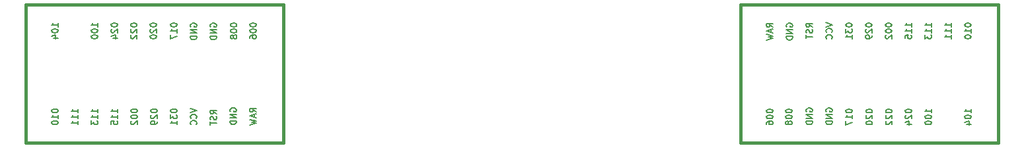
<source format=gbo>
G04 #@! TF.GenerationSoftware,KiCad,Pcbnew,(7.0.0)*
G04 #@! TF.CreationDate,2023-03-18T22:02:57+08:00*
G04 #@! TF.ProjectId,lul_left,6c756c5f-6c65-4667-942e-6b696361645f,rev?*
G04 #@! TF.SameCoordinates,Original*
G04 #@! TF.FileFunction,Legend,Bot*
G04 #@! TF.FilePolarity,Positive*
%FSLAX46Y46*%
G04 Gerber Fmt 4.6, Leading zero omitted, Abs format (unit mm)*
G04 Created by KiCad (PCBNEW (7.0.0)) date 2023-03-18 22:02:57*
%MOMM*%
%LPD*%
G01*
G04 APERTURE LIST*
G04 Aperture macros list*
%AMRoundRect*
0 Rectangle with rounded corners*
0 $1 Rounding radius*
0 $2 $3 $4 $5 $6 $7 $8 $9 X,Y pos of 4 corners*
0 Add a 4 corners polygon primitive as box body*
4,1,4,$2,$3,$4,$5,$6,$7,$8,$9,$2,$3,0*
0 Add four circle primitives for the rounded corners*
1,1,$1+$1,$2,$3*
1,1,$1+$1,$4,$5*
1,1,$1+$1,$6,$7*
1,1,$1+$1,$8,$9*
0 Add four rect primitives between the rounded corners*
20,1,$1+$1,$2,$3,$4,$5,0*
20,1,$1+$1,$4,$5,$6,$7,0*
20,1,$1+$1,$6,$7,$8,$9,0*
20,1,$1+$1,$8,$9,$2,$3,0*%
G04 Aperture macros list end*
%ADD10C,0.150000*%
%ADD11C,0.381000*%
%ADD12C,1.752600*%
%ADD13C,1.750000*%
%ADD14C,3.000000*%
%ADD15C,3.987800*%
%ADD16R,2.550000X2.500000*%
%ADD17C,0.300000*%
%ADD18C,0.900000*%
%ADD19RoundRect,0.250000X-0.350000X-0.625000X0.350000X-0.625000X0.350000X0.625000X-0.350000X0.625000X0*%
%ADD20O,1.200000X1.750000*%
G04 APERTURE END LIST*
D10*
X93213558Y-87929852D02*
X93213558Y-88006042D01*
X93213558Y-88006042D02*
X93251654Y-88082233D01*
X93251654Y-88082233D02*
X93289749Y-88120328D01*
X93289749Y-88120328D02*
X93365939Y-88158423D01*
X93365939Y-88158423D02*
X93518320Y-88196518D01*
X93518320Y-88196518D02*
X93708796Y-88196518D01*
X93708796Y-88196518D02*
X93861177Y-88158423D01*
X93861177Y-88158423D02*
X93937368Y-88120328D01*
X93937368Y-88120328D02*
X93975463Y-88082233D01*
X93975463Y-88082233D02*
X94013558Y-88006042D01*
X94013558Y-88006042D02*
X94013558Y-87929852D01*
X94013558Y-87929852D02*
X93975463Y-87853661D01*
X93975463Y-87853661D02*
X93937368Y-87815566D01*
X93937368Y-87815566D02*
X93861177Y-87777471D01*
X93861177Y-87777471D02*
X93708796Y-87739375D01*
X93708796Y-87739375D02*
X93518320Y-87739375D01*
X93518320Y-87739375D02*
X93365939Y-87777471D01*
X93365939Y-87777471D02*
X93289749Y-87815566D01*
X93289749Y-87815566D02*
X93251654Y-87853661D01*
X93251654Y-87853661D02*
X93213558Y-87929852D01*
X93289749Y-88501280D02*
X93251654Y-88539376D01*
X93251654Y-88539376D02*
X93213558Y-88615566D01*
X93213558Y-88615566D02*
X93213558Y-88806042D01*
X93213558Y-88806042D02*
X93251654Y-88882233D01*
X93251654Y-88882233D02*
X93289749Y-88920328D01*
X93289749Y-88920328D02*
X93365939Y-88958423D01*
X93365939Y-88958423D02*
X93442130Y-88958423D01*
X93442130Y-88958423D02*
X93556415Y-88920328D01*
X93556415Y-88920328D02*
X94013558Y-88463185D01*
X94013558Y-88463185D02*
X94013558Y-88958423D01*
X93289749Y-89263185D02*
X93251654Y-89301281D01*
X93251654Y-89301281D02*
X93213558Y-89377471D01*
X93213558Y-89377471D02*
X93213558Y-89567947D01*
X93213558Y-89567947D02*
X93251654Y-89644138D01*
X93251654Y-89644138D02*
X93289749Y-89682233D01*
X93289749Y-89682233D02*
X93365939Y-89720328D01*
X93365939Y-89720328D02*
X93442130Y-89720328D01*
X93442130Y-89720328D02*
X93556415Y-89682233D01*
X93556415Y-89682233D02*
X94013558Y-89225090D01*
X94013558Y-89225090D02*
X94013558Y-89720328D01*
X93243558Y-99004233D02*
X93243558Y-99080423D01*
X93243558Y-99080423D02*
X93281654Y-99156614D01*
X93281654Y-99156614D02*
X93319749Y-99194709D01*
X93319749Y-99194709D02*
X93395939Y-99232804D01*
X93395939Y-99232804D02*
X93548320Y-99270899D01*
X93548320Y-99270899D02*
X93738796Y-99270899D01*
X93738796Y-99270899D02*
X93891177Y-99232804D01*
X93891177Y-99232804D02*
X93967368Y-99194709D01*
X93967368Y-99194709D02*
X94005463Y-99156614D01*
X94005463Y-99156614D02*
X94043558Y-99080423D01*
X94043558Y-99080423D02*
X94043558Y-99004233D01*
X94043558Y-99004233D02*
X94005463Y-98928042D01*
X94005463Y-98928042D02*
X93967368Y-98889947D01*
X93967368Y-98889947D02*
X93891177Y-98851852D01*
X93891177Y-98851852D02*
X93738796Y-98813756D01*
X93738796Y-98813756D02*
X93548320Y-98813756D01*
X93548320Y-98813756D02*
X93395939Y-98851852D01*
X93395939Y-98851852D02*
X93319749Y-98889947D01*
X93319749Y-98889947D02*
X93281654Y-98928042D01*
X93281654Y-98928042D02*
X93243558Y-99004233D01*
X93243558Y-99766138D02*
X93243558Y-99842328D01*
X93243558Y-99842328D02*
X93281654Y-99918519D01*
X93281654Y-99918519D02*
X93319749Y-99956614D01*
X93319749Y-99956614D02*
X93395939Y-99994709D01*
X93395939Y-99994709D02*
X93548320Y-100032804D01*
X93548320Y-100032804D02*
X93738796Y-100032804D01*
X93738796Y-100032804D02*
X93891177Y-99994709D01*
X93891177Y-99994709D02*
X93967368Y-99956614D01*
X93967368Y-99956614D02*
X94005463Y-99918519D01*
X94005463Y-99918519D02*
X94043558Y-99842328D01*
X94043558Y-99842328D02*
X94043558Y-99766138D01*
X94043558Y-99766138D02*
X94005463Y-99689947D01*
X94005463Y-99689947D02*
X93967368Y-99651852D01*
X93967368Y-99651852D02*
X93891177Y-99613757D01*
X93891177Y-99613757D02*
X93738796Y-99575661D01*
X93738796Y-99575661D02*
X93548320Y-99575661D01*
X93548320Y-99575661D02*
X93395939Y-99613757D01*
X93395939Y-99613757D02*
X93319749Y-99651852D01*
X93319749Y-99651852D02*
X93281654Y-99689947D01*
X93281654Y-99689947D02*
X93243558Y-99766138D01*
X93319749Y-100337566D02*
X93281654Y-100375662D01*
X93281654Y-100375662D02*
X93243558Y-100451852D01*
X93243558Y-100451852D02*
X93243558Y-100642328D01*
X93243558Y-100642328D02*
X93281654Y-100718519D01*
X93281654Y-100718519D02*
X93319749Y-100756614D01*
X93319749Y-100756614D02*
X93395939Y-100794709D01*
X93395939Y-100794709D02*
X93472130Y-100794709D01*
X93472130Y-100794709D02*
X93586415Y-100756614D01*
X93586415Y-100756614D02*
X94043558Y-100299471D01*
X94043558Y-100299471D02*
X94043558Y-100794709D01*
X95783558Y-99004233D02*
X95783558Y-99080423D01*
X95783558Y-99080423D02*
X95821654Y-99156614D01*
X95821654Y-99156614D02*
X95859749Y-99194709D01*
X95859749Y-99194709D02*
X95935939Y-99232804D01*
X95935939Y-99232804D02*
X96088320Y-99270899D01*
X96088320Y-99270899D02*
X96278796Y-99270899D01*
X96278796Y-99270899D02*
X96431177Y-99232804D01*
X96431177Y-99232804D02*
X96507368Y-99194709D01*
X96507368Y-99194709D02*
X96545463Y-99156614D01*
X96545463Y-99156614D02*
X96583558Y-99080423D01*
X96583558Y-99080423D02*
X96583558Y-99004233D01*
X96583558Y-99004233D02*
X96545463Y-98928042D01*
X96545463Y-98928042D02*
X96507368Y-98889947D01*
X96507368Y-98889947D02*
X96431177Y-98851852D01*
X96431177Y-98851852D02*
X96278796Y-98813756D01*
X96278796Y-98813756D02*
X96088320Y-98813756D01*
X96088320Y-98813756D02*
X95935939Y-98851852D01*
X95935939Y-98851852D02*
X95859749Y-98889947D01*
X95859749Y-98889947D02*
X95821654Y-98928042D01*
X95821654Y-98928042D02*
X95783558Y-99004233D01*
X95859749Y-99575661D02*
X95821654Y-99613757D01*
X95821654Y-99613757D02*
X95783558Y-99689947D01*
X95783558Y-99689947D02*
X95783558Y-99880423D01*
X95783558Y-99880423D02*
X95821654Y-99956614D01*
X95821654Y-99956614D02*
X95859749Y-99994709D01*
X95859749Y-99994709D02*
X95935939Y-100032804D01*
X95935939Y-100032804D02*
X96012130Y-100032804D01*
X96012130Y-100032804D02*
X96126415Y-99994709D01*
X96126415Y-99994709D02*
X96583558Y-99537566D01*
X96583558Y-99537566D02*
X96583558Y-100032804D01*
X96583558Y-100413757D02*
X96583558Y-100566138D01*
X96583558Y-100566138D02*
X96545463Y-100642328D01*
X96545463Y-100642328D02*
X96507368Y-100680424D01*
X96507368Y-100680424D02*
X96393082Y-100756614D01*
X96393082Y-100756614D02*
X96240701Y-100794709D01*
X96240701Y-100794709D02*
X95935939Y-100794709D01*
X95935939Y-100794709D02*
X95859749Y-100756614D01*
X95859749Y-100756614D02*
X95821654Y-100718519D01*
X95821654Y-100718519D02*
X95783558Y-100642328D01*
X95783558Y-100642328D02*
X95783558Y-100489947D01*
X95783558Y-100489947D02*
X95821654Y-100413757D01*
X95821654Y-100413757D02*
X95859749Y-100375662D01*
X95859749Y-100375662D02*
X95935939Y-100337566D01*
X95935939Y-100337566D02*
X96126415Y-100337566D01*
X96126415Y-100337566D02*
X96202606Y-100375662D01*
X96202606Y-100375662D02*
X96240701Y-100413757D01*
X96240701Y-100413757D02*
X96278796Y-100489947D01*
X96278796Y-100489947D02*
X96278796Y-100642328D01*
X96278796Y-100642328D02*
X96240701Y-100718519D01*
X96240701Y-100718519D02*
X96202606Y-100756614D01*
X96202606Y-100756614D02*
X96126415Y-100794709D01*
X105981654Y-99112185D02*
X105943558Y-99035995D01*
X105943558Y-99035995D02*
X105943558Y-98921709D01*
X105943558Y-98921709D02*
X105981654Y-98807423D01*
X105981654Y-98807423D02*
X106057844Y-98731233D01*
X106057844Y-98731233D02*
X106134034Y-98693138D01*
X106134034Y-98693138D02*
X106286415Y-98655042D01*
X106286415Y-98655042D02*
X106400701Y-98655042D01*
X106400701Y-98655042D02*
X106553082Y-98693138D01*
X106553082Y-98693138D02*
X106629273Y-98731233D01*
X106629273Y-98731233D02*
X106705463Y-98807423D01*
X106705463Y-98807423D02*
X106743558Y-98921709D01*
X106743558Y-98921709D02*
X106743558Y-98997900D01*
X106743558Y-98997900D02*
X106705463Y-99112185D01*
X106705463Y-99112185D02*
X106667368Y-99150281D01*
X106667368Y-99150281D02*
X106400701Y-99150281D01*
X106400701Y-99150281D02*
X106400701Y-98997900D01*
X106743558Y-99493138D02*
X105943558Y-99493138D01*
X105943558Y-99493138D02*
X106743558Y-99950281D01*
X106743558Y-99950281D02*
X105943558Y-99950281D01*
X106743558Y-100331233D02*
X105943558Y-100331233D01*
X105943558Y-100331233D02*
X105943558Y-100521709D01*
X105943558Y-100521709D02*
X105981654Y-100635995D01*
X105981654Y-100635995D02*
X106057844Y-100712185D01*
X106057844Y-100712185D02*
X106134034Y-100750280D01*
X106134034Y-100750280D02*
X106286415Y-100788376D01*
X106286415Y-100788376D02*
X106400701Y-100788376D01*
X106400701Y-100788376D02*
X106553082Y-100750280D01*
X106553082Y-100750280D02*
X106629273Y-100712185D01*
X106629273Y-100712185D02*
X106705463Y-100635995D01*
X106705463Y-100635995D02*
X106743558Y-100521709D01*
X106743558Y-100521709D02*
X106743558Y-100331233D01*
X88963558Y-99270899D02*
X88963558Y-98813756D01*
X88963558Y-99042328D02*
X88163558Y-99042328D01*
X88163558Y-99042328D02*
X88277844Y-98966137D01*
X88277844Y-98966137D02*
X88354034Y-98889947D01*
X88354034Y-98889947D02*
X88392130Y-98813756D01*
X88963558Y-100032804D02*
X88963558Y-99575661D01*
X88963558Y-99804233D02*
X88163558Y-99804233D01*
X88163558Y-99804233D02*
X88277844Y-99728042D01*
X88277844Y-99728042D02*
X88354034Y-99651852D01*
X88354034Y-99651852D02*
X88392130Y-99575661D01*
X88163558Y-100299471D02*
X88163558Y-100794709D01*
X88163558Y-100794709D02*
X88468320Y-100528043D01*
X88468320Y-100528043D02*
X88468320Y-100642328D01*
X88468320Y-100642328D02*
X88506415Y-100718519D01*
X88506415Y-100718519D02*
X88544511Y-100756614D01*
X88544511Y-100756614D02*
X88620701Y-100794709D01*
X88620701Y-100794709D02*
X88811177Y-100794709D01*
X88811177Y-100794709D02*
X88887368Y-100756614D01*
X88887368Y-100756614D02*
X88925463Y-100718519D01*
X88925463Y-100718519D02*
X88963558Y-100642328D01*
X88963558Y-100642328D02*
X88963558Y-100413757D01*
X88963558Y-100413757D02*
X88925463Y-100337566D01*
X88925463Y-100337566D02*
X88887368Y-100299471D01*
X108483558Y-87929852D02*
X108483558Y-88006042D01*
X108483558Y-88006042D02*
X108521654Y-88082233D01*
X108521654Y-88082233D02*
X108559749Y-88120328D01*
X108559749Y-88120328D02*
X108635939Y-88158423D01*
X108635939Y-88158423D02*
X108788320Y-88196518D01*
X108788320Y-88196518D02*
X108978796Y-88196518D01*
X108978796Y-88196518D02*
X109131177Y-88158423D01*
X109131177Y-88158423D02*
X109207368Y-88120328D01*
X109207368Y-88120328D02*
X109245463Y-88082233D01*
X109245463Y-88082233D02*
X109283558Y-88006042D01*
X109283558Y-88006042D02*
X109283558Y-87929852D01*
X109283558Y-87929852D02*
X109245463Y-87853661D01*
X109245463Y-87853661D02*
X109207368Y-87815566D01*
X109207368Y-87815566D02*
X109131177Y-87777471D01*
X109131177Y-87777471D02*
X108978796Y-87739375D01*
X108978796Y-87739375D02*
X108788320Y-87739375D01*
X108788320Y-87739375D02*
X108635939Y-87777471D01*
X108635939Y-87777471D02*
X108559749Y-87815566D01*
X108559749Y-87815566D02*
X108521654Y-87853661D01*
X108521654Y-87853661D02*
X108483558Y-87929852D01*
X108483558Y-88691757D02*
X108483558Y-88767947D01*
X108483558Y-88767947D02*
X108521654Y-88844138D01*
X108521654Y-88844138D02*
X108559749Y-88882233D01*
X108559749Y-88882233D02*
X108635939Y-88920328D01*
X108635939Y-88920328D02*
X108788320Y-88958423D01*
X108788320Y-88958423D02*
X108978796Y-88958423D01*
X108978796Y-88958423D02*
X109131177Y-88920328D01*
X109131177Y-88920328D02*
X109207368Y-88882233D01*
X109207368Y-88882233D02*
X109245463Y-88844138D01*
X109245463Y-88844138D02*
X109283558Y-88767947D01*
X109283558Y-88767947D02*
X109283558Y-88691757D01*
X109283558Y-88691757D02*
X109245463Y-88615566D01*
X109245463Y-88615566D02*
X109207368Y-88577471D01*
X109207368Y-88577471D02*
X109131177Y-88539376D01*
X109131177Y-88539376D02*
X108978796Y-88501280D01*
X108978796Y-88501280D02*
X108788320Y-88501280D01*
X108788320Y-88501280D02*
X108635939Y-88539376D01*
X108635939Y-88539376D02*
X108559749Y-88577471D01*
X108559749Y-88577471D02*
X108521654Y-88615566D01*
X108521654Y-88615566D02*
X108483558Y-88691757D01*
X108483558Y-89644138D02*
X108483558Y-89491757D01*
X108483558Y-89491757D02*
X108521654Y-89415566D01*
X108521654Y-89415566D02*
X108559749Y-89377471D01*
X108559749Y-89377471D02*
X108674034Y-89301281D01*
X108674034Y-89301281D02*
X108826415Y-89263185D01*
X108826415Y-89263185D02*
X109131177Y-89263185D01*
X109131177Y-89263185D02*
X109207368Y-89301281D01*
X109207368Y-89301281D02*
X109245463Y-89339376D01*
X109245463Y-89339376D02*
X109283558Y-89415566D01*
X109283558Y-89415566D02*
X109283558Y-89567947D01*
X109283558Y-89567947D02*
X109245463Y-89644138D01*
X109245463Y-89644138D02*
X109207368Y-89682233D01*
X109207368Y-89682233D02*
X109131177Y-89720328D01*
X109131177Y-89720328D02*
X108940701Y-89720328D01*
X108940701Y-89720328D02*
X108864511Y-89682233D01*
X108864511Y-89682233D02*
X108826415Y-89644138D01*
X108826415Y-89644138D02*
X108788320Y-89567947D01*
X108788320Y-89567947D02*
X108788320Y-89415566D01*
X108788320Y-89415566D02*
X108826415Y-89339376D01*
X108826415Y-89339376D02*
X108864511Y-89301281D01*
X108864511Y-89301281D02*
X108940701Y-89263185D01*
X98323558Y-99004233D02*
X98323558Y-99080423D01*
X98323558Y-99080423D02*
X98361654Y-99156614D01*
X98361654Y-99156614D02*
X98399749Y-99194709D01*
X98399749Y-99194709D02*
X98475939Y-99232804D01*
X98475939Y-99232804D02*
X98628320Y-99270899D01*
X98628320Y-99270899D02*
X98818796Y-99270899D01*
X98818796Y-99270899D02*
X98971177Y-99232804D01*
X98971177Y-99232804D02*
X99047368Y-99194709D01*
X99047368Y-99194709D02*
X99085463Y-99156614D01*
X99085463Y-99156614D02*
X99123558Y-99080423D01*
X99123558Y-99080423D02*
X99123558Y-99004233D01*
X99123558Y-99004233D02*
X99085463Y-98928042D01*
X99085463Y-98928042D02*
X99047368Y-98889947D01*
X99047368Y-98889947D02*
X98971177Y-98851852D01*
X98971177Y-98851852D02*
X98818796Y-98813756D01*
X98818796Y-98813756D02*
X98628320Y-98813756D01*
X98628320Y-98813756D02*
X98475939Y-98851852D01*
X98475939Y-98851852D02*
X98399749Y-98889947D01*
X98399749Y-98889947D02*
X98361654Y-98928042D01*
X98361654Y-98928042D02*
X98323558Y-99004233D01*
X98323558Y-99537566D02*
X98323558Y-100032804D01*
X98323558Y-100032804D02*
X98628320Y-99766138D01*
X98628320Y-99766138D02*
X98628320Y-99880423D01*
X98628320Y-99880423D02*
X98666415Y-99956614D01*
X98666415Y-99956614D02*
X98704511Y-99994709D01*
X98704511Y-99994709D02*
X98780701Y-100032804D01*
X98780701Y-100032804D02*
X98971177Y-100032804D01*
X98971177Y-100032804D02*
X99047368Y-99994709D01*
X99047368Y-99994709D02*
X99085463Y-99956614D01*
X99085463Y-99956614D02*
X99123558Y-99880423D01*
X99123558Y-99880423D02*
X99123558Y-99651852D01*
X99123558Y-99651852D02*
X99085463Y-99575661D01*
X99085463Y-99575661D02*
X99047368Y-99537566D01*
X99123558Y-100794709D02*
X99123558Y-100337566D01*
X99123558Y-100566138D02*
X98323558Y-100566138D01*
X98323558Y-100566138D02*
X98437844Y-100489947D01*
X98437844Y-100489947D02*
X98514034Y-100413757D01*
X98514034Y-100413757D02*
X98552130Y-100337566D01*
X109283558Y-99188376D02*
X108902606Y-98921709D01*
X109283558Y-98731233D02*
X108483558Y-98731233D01*
X108483558Y-98731233D02*
X108483558Y-99035995D01*
X108483558Y-99035995D02*
X108521654Y-99112185D01*
X108521654Y-99112185D02*
X108559749Y-99150280D01*
X108559749Y-99150280D02*
X108635939Y-99188376D01*
X108635939Y-99188376D02*
X108750225Y-99188376D01*
X108750225Y-99188376D02*
X108826415Y-99150280D01*
X108826415Y-99150280D02*
X108864511Y-99112185D01*
X108864511Y-99112185D02*
X108902606Y-99035995D01*
X108902606Y-99035995D02*
X108902606Y-98731233D01*
X109054987Y-99493137D02*
X109054987Y-99874090D01*
X109283558Y-99416947D02*
X108483558Y-99683614D01*
X108483558Y-99683614D02*
X109283558Y-99950280D01*
X108483558Y-100140756D02*
X109283558Y-100331232D01*
X109283558Y-100331232D02*
X108712130Y-100483613D01*
X108712130Y-100483613D02*
X109283558Y-100635994D01*
X109283558Y-100635994D02*
X108483558Y-100826471D01*
X86423558Y-99270899D02*
X86423558Y-98813756D01*
X86423558Y-99042328D02*
X85623558Y-99042328D01*
X85623558Y-99042328D02*
X85737844Y-98966137D01*
X85737844Y-98966137D02*
X85814034Y-98889947D01*
X85814034Y-98889947D02*
X85852130Y-98813756D01*
X86423558Y-100032804D02*
X86423558Y-99575661D01*
X86423558Y-99804233D02*
X85623558Y-99804233D01*
X85623558Y-99804233D02*
X85737844Y-99728042D01*
X85737844Y-99728042D02*
X85814034Y-99651852D01*
X85814034Y-99651852D02*
X85852130Y-99575661D01*
X86423558Y-100794709D02*
X86423558Y-100337566D01*
X86423558Y-100566138D02*
X85623558Y-100566138D01*
X85623558Y-100566138D02*
X85737844Y-100489947D01*
X85737844Y-100489947D02*
X85814034Y-100413757D01*
X85814034Y-100413757D02*
X85852130Y-100337566D01*
X90713558Y-87929852D02*
X90713558Y-88006042D01*
X90713558Y-88006042D02*
X90751654Y-88082233D01*
X90751654Y-88082233D02*
X90789749Y-88120328D01*
X90789749Y-88120328D02*
X90865939Y-88158423D01*
X90865939Y-88158423D02*
X91018320Y-88196518D01*
X91018320Y-88196518D02*
X91208796Y-88196518D01*
X91208796Y-88196518D02*
X91361177Y-88158423D01*
X91361177Y-88158423D02*
X91437368Y-88120328D01*
X91437368Y-88120328D02*
X91475463Y-88082233D01*
X91475463Y-88082233D02*
X91513558Y-88006042D01*
X91513558Y-88006042D02*
X91513558Y-87929852D01*
X91513558Y-87929852D02*
X91475463Y-87853661D01*
X91475463Y-87853661D02*
X91437368Y-87815566D01*
X91437368Y-87815566D02*
X91361177Y-87777471D01*
X91361177Y-87777471D02*
X91208796Y-87739375D01*
X91208796Y-87739375D02*
X91018320Y-87739375D01*
X91018320Y-87739375D02*
X90865939Y-87777471D01*
X90865939Y-87777471D02*
X90789749Y-87815566D01*
X90789749Y-87815566D02*
X90751654Y-87853661D01*
X90751654Y-87853661D02*
X90713558Y-87929852D01*
X90789749Y-88501280D02*
X90751654Y-88539376D01*
X90751654Y-88539376D02*
X90713558Y-88615566D01*
X90713558Y-88615566D02*
X90713558Y-88806042D01*
X90713558Y-88806042D02*
X90751654Y-88882233D01*
X90751654Y-88882233D02*
X90789749Y-88920328D01*
X90789749Y-88920328D02*
X90865939Y-88958423D01*
X90865939Y-88958423D02*
X90942130Y-88958423D01*
X90942130Y-88958423D02*
X91056415Y-88920328D01*
X91056415Y-88920328D02*
X91513558Y-88463185D01*
X91513558Y-88463185D02*
X91513558Y-88958423D01*
X90980225Y-89644138D02*
X91513558Y-89644138D01*
X90675463Y-89453662D02*
X91246892Y-89263185D01*
X91246892Y-89263185D02*
X91246892Y-89758424D01*
X95713558Y-87929852D02*
X95713558Y-88006042D01*
X95713558Y-88006042D02*
X95751654Y-88082233D01*
X95751654Y-88082233D02*
X95789749Y-88120328D01*
X95789749Y-88120328D02*
X95865939Y-88158423D01*
X95865939Y-88158423D02*
X96018320Y-88196518D01*
X96018320Y-88196518D02*
X96208796Y-88196518D01*
X96208796Y-88196518D02*
X96361177Y-88158423D01*
X96361177Y-88158423D02*
X96437368Y-88120328D01*
X96437368Y-88120328D02*
X96475463Y-88082233D01*
X96475463Y-88082233D02*
X96513558Y-88006042D01*
X96513558Y-88006042D02*
X96513558Y-87929852D01*
X96513558Y-87929852D02*
X96475463Y-87853661D01*
X96475463Y-87853661D02*
X96437368Y-87815566D01*
X96437368Y-87815566D02*
X96361177Y-87777471D01*
X96361177Y-87777471D02*
X96208796Y-87739375D01*
X96208796Y-87739375D02*
X96018320Y-87739375D01*
X96018320Y-87739375D02*
X95865939Y-87777471D01*
X95865939Y-87777471D02*
X95789749Y-87815566D01*
X95789749Y-87815566D02*
X95751654Y-87853661D01*
X95751654Y-87853661D02*
X95713558Y-87929852D01*
X95789749Y-88501280D02*
X95751654Y-88539376D01*
X95751654Y-88539376D02*
X95713558Y-88615566D01*
X95713558Y-88615566D02*
X95713558Y-88806042D01*
X95713558Y-88806042D02*
X95751654Y-88882233D01*
X95751654Y-88882233D02*
X95789749Y-88920328D01*
X95789749Y-88920328D02*
X95865939Y-88958423D01*
X95865939Y-88958423D02*
X95942130Y-88958423D01*
X95942130Y-88958423D02*
X96056415Y-88920328D01*
X96056415Y-88920328D02*
X96513558Y-88463185D01*
X96513558Y-88463185D02*
X96513558Y-88958423D01*
X95713558Y-89453662D02*
X95713558Y-89529852D01*
X95713558Y-89529852D02*
X95751654Y-89606043D01*
X95751654Y-89606043D02*
X95789749Y-89644138D01*
X95789749Y-89644138D02*
X95865939Y-89682233D01*
X95865939Y-89682233D02*
X96018320Y-89720328D01*
X96018320Y-89720328D02*
X96208796Y-89720328D01*
X96208796Y-89720328D02*
X96361177Y-89682233D01*
X96361177Y-89682233D02*
X96437368Y-89644138D01*
X96437368Y-89644138D02*
X96475463Y-89606043D01*
X96475463Y-89606043D02*
X96513558Y-89529852D01*
X96513558Y-89529852D02*
X96513558Y-89453662D01*
X96513558Y-89453662D02*
X96475463Y-89377471D01*
X96475463Y-89377471D02*
X96437368Y-89339376D01*
X96437368Y-89339376D02*
X96361177Y-89301281D01*
X96361177Y-89301281D02*
X96208796Y-89263185D01*
X96208796Y-89263185D02*
X96018320Y-89263185D01*
X96018320Y-89263185D02*
X95865939Y-89301281D01*
X95865939Y-89301281D02*
X95789749Y-89339376D01*
X95789749Y-89339376D02*
X95751654Y-89377471D01*
X95751654Y-89377471D02*
X95713558Y-89453662D01*
X103441654Y-88196518D02*
X103403558Y-88120328D01*
X103403558Y-88120328D02*
X103403558Y-88006042D01*
X103403558Y-88006042D02*
X103441654Y-87891756D01*
X103441654Y-87891756D02*
X103517844Y-87815566D01*
X103517844Y-87815566D02*
X103594034Y-87777471D01*
X103594034Y-87777471D02*
X103746415Y-87739375D01*
X103746415Y-87739375D02*
X103860701Y-87739375D01*
X103860701Y-87739375D02*
X104013082Y-87777471D01*
X104013082Y-87777471D02*
X104089273Y-87815566D01*
X104089273Y-87815566D02*
X104165463Y-87891756D01*
X104165463Y-87891756D02*
X104203558Y-88006042D01*
X104203558Y-88006042D02*
X104203558Y-88082233D01*
X104203558Y-88082233D02*
X104165463Y-88196518D01*
X104165463Y-88196518D02*
X104127368Y-88234614D01*
X104127368Y-88234614D02*
X103860701Y-88234614D01*
X103860701Y-88234614D02*
X103860701Y-88082233D01*
X104203558Y-88577471D02*
X103403558Y-88577471D01*
X103403558Y-88577471D02*
X104203558Y-89034614D01*
X104203558Y-89034614D02*
X103403558Y-89034614D01*
X104203558Y-89415566D02*
X103403558Y-89415566D01*
X103403558Y-89415566D02*
X103403558Y-89606042D01*
X103403558Y-89606042D02*
X103441654Y-89720328D01*
X103441654Y-89720328D02*
X103517844Y-89796518D01*
X103517844Y-89796518D02*
X103594034Y-89834613D01*
X103594034Y-89834613D02*
X103746415Y-89872709D01*
X103746415Y-89872709D02*
X103860701Y-89872709D01*
X103860701Y-89872709D02*
X104013082Y-89834613D01*
X104013082Y-89834613D02*
X104089273Y-89796518D01*
X104089273Y-89796518D02*
X104165463Y-89720328D01*
X104165463Y-89720328D02*
X104203558Y-89606042D01*
X104203558Y-89606042D02*
X104203558Y-89415566D01*
X100863558Y-98737566D02*
X101663558Y-99004233D01*
X101663558Y-99004233D02*
X100863558Y-99270899D01*
X101587368Y-99994709D02*
X101625463Y-99956613D01*
X101625463Y-99956613D02*
X101663558Y-99842328D01*
X101663558Y-99842328D02*
X101663558Y-99766137D01*
X101663558Y-99766137D02*
X101625463Y-99651851D01*
X101625463Y-99651851D02*
X101549273Y-99575661D01*
X101549273Y-99575661D02*
X101473082Y-99537566D01*
X101473082Y-99537566D02*
X101320701Y-99499470D01*
X101320701Y-99499470D02*
X101206415Y-99499470D01*
X101206415Y-99499470D02*
X101054034Y-99537566D01*
X101054034Y-99537566D02*
X100977844Y-99575661D01*
X100977844Y-99575661D02*
X100901654Y-99651851D01*
X100901654Y-99651851D02*
X100863558Y-99766137D01*
X100863558Y-99766137D02*
X100863558Y-99842328D01*
X100863558Y-99842328D02*
X100901654Y-99956613D01*
X100901654Y-99956613D02*
X100939749Y-99994709D01*
X101587368Y-100794709D02*
X101625463Y-100756613D01*
X101625463Y-100756613D02*
X101663558Y-100642328D01*
X101663558Y-100642328D02*
X101663558Y-100566137D01*
X101663558Y-100566137D02*
X101625463Y-100451851D01*
X101625463Y-100451851D02*
X101549273Y-100375661D01*
X101549273Y-100375661D02*
X101473082Y-100337566D01*
X101473082Y-100337566D02*
X101320701Y-100299470D01*
X101320701Y-100299470D02*
X101206415Y-100299470D01*
X101206415Y-100299470D02*
X101054034Y-100337566D01*
X101054034Y-100337566D02*
X100977844Y-100375661D01*
X100977844Y-100375661D02*
X100901654Y-100451851D01*
X100901654Y-100451851D02*
X100863558Y-100566137D01*
X100863558Y-100566137D02*
X100863558Y-100642328D01*
X100863558Y-100642328D02*
X100901654Y-100756613D01*
X100901654Y-100756613D02*
X100939749Y-100794709D01*
X104203558Y-99416947D02*
X103822606Y-99150280D01*
X104203558Y-98959804D02*
X103403558Y-98959804D01*
X103403558Y-98959804D02*
X103403558Y-99264566D01*
X103403558Y-99264566D02*
X103441654Y-99340756D01*
X103441654Y-99340756D02*
X103479749Y-99378851D01*
X103479749Y-99378851D02*
X103555939Y-99416947D01*
X103555939Y-99416947D02*
X103670225Y-99416947D01*
X103670225Y-99416947D02*
X103746415Y-99378851D01*
X103746415Y-99378851D02*
X103784511Y-99340756D01*
X103784511Y-99340756D02*
X103822606Y-99264566D01*
X103822606Y-99264566D02*
X103822606Y-98959804D01*
X104165463Y-99721708D02*
X104203558Y-99835994D01*
X104203558Y-99835994D02*
X104203558Y-100026470D01*
X104203558Y-100026470D02*
X104165463Y-100102661D01*
X104165463Y-100102661D02*
X104127368Y-100140756D01*
X104127368Y-100140756D02*
X104051177Y-100178851D01*
X104051177Y-100178851D02*
X103974987Y-100178851D01*
X103974987Y-100178851D02*
X103898796Y-100140756D01*
X103898796Y-100140756D02*
X103860701Y-100102661D01*
X103860701Y-100102661D02*
X103822606Y-100026470D01*
X103822606Y-100026470D02*
X103784511Y-99874089D01*
X103784511Y-99874089D02*
X103746415Y-99797899D01*
X103746415Y-99797899D02*
X103708320Y-99759804D01*
X103708320Y-99759804D02*
X103632130Y-99721708D01*
X103632130Y-99721708D02*
X103555939Y-99721708D01*
X103555939Y-99721708D02*
X103479749Y-99759804D01*
X103479749Y-99759804D02*
X103441654Y-99797899D01*
X103441654Y-99797899D02*
X103403558Y-99874089D01*
X103403558Y-99874089D02*
X103403558Y-100064566D01*
X103403558Y-100064566D02*
X103441654Y-100178851D01*
X103403558Y-100407423D02*
X103403558Y-100864566D01*
X104203558Y-100635994D02*
X103403558Y-100635994D01*
X83083558Y-99004233D02*
X83083558Y-99080423D01*
X83083558Y-99080423D02*
X83121654Y-99156614D01*
X83121654Y-99156614D02*
X83159749Y-99194709D01*
X83159749Y-99194709D02*
X83235939Y-99232804D01*
X83235939Y-99232804D02*
X83388320Y-99270899D01*
X83388320Y-99270899D02*
X83578796Y-99270899D01*
X83578796Y-99270899D02*
X83731177Y-99232804D01*
X83731177Y-99232804D02*
X83807368Y-99194709D01*
X83807368Y-99194709D02*
X83845463Y-99156614D01*
X83845463Y-99156614D02*
X83883558Y-99080423D01*
X83883558Y-99080423D02*
X83883558Y-99004233D01*
X83883558Y-99004233D02*
X83845463Y-98928042D01*
X83845463Y-98928042D02*
X83807368Y-98889947D01*
X83807368Y-98889947D02*
X83731177Y-98851852D01*
X83731177Y-98851852D02*
X83578796Y-98813756D01*
X83578796Y-98813756D02*
X83388320Y-98813756D01*
X83388320Y-98813756D02*
X83235939Y-98851852D01*
X83235939Y-98851852D02*
X83159749Y-98889947D01*
X83159749Y-98889947D02*
X83121654Y-98928042D01*
X83121654Y-98928042D02*
X83083558Y-99004233D01*
X83883558Y-100032804D02*
X83883558Y-99575661D01*
X83883558Y-99804233D02*
X83083558Y-99804233D01*
X83083558Y-99804233D02*
X83197844Y-99728042D01*
X83197844Y-99728042D02*
X83274034Y-99651852D01*
X83274034Y-99651852D02*
X83312130Y-99575661D01*
X83083558Y-100528043D02*
X83083558Y-100604233D01*
X83083558Y-100604233D02*
X83121654Y-100680424D01*
X83121654Y-100680424D02*
X83159749Y-100718519D01*
X83159749Y-100718519D02*
X83235939Y-100756614D01*
X83235939Y-100756614D02*
X83388320Y-100794709D01*
X83388320Y-100794709D02*
X83578796Y-100794709D01*
X83578796Y-100794709D02*
X83731177Y-100756614D01*
X83731177Y-100756614D02*
X83807368Y-100718519D01*
X83807368Y-100718519D02*
X83845463Y-100680424D01*
X83845463Y-100680424D02*
X83883558Y-100604233D01*
X83883558Y-100604233D02*
X83883558Y-100528043D01*
X83883558Y-100528043D02*
X83845463Y-100451852D01*
X83845463Y-100451852D02*
X83807368Y-100413757D01*
X83807368Y-100413757D02*
X83731177Y-100375662D01*
X83731177Y-100375662D02*
X83578796Y-100337566D01*
X83578796Y-100337566D02*
X83388320Y-100337566D01*
X83388320Y-100337566D02*
X83235939Y-100375662D01*
X83235939Y-100375662D02*
X83159749Y-100413757D01*
X83159749Y-100413757D02*
X83121654Y-100451852D01*
X83121654Y-100451852D02*
X83083558Y-100528043D01*
X106013558Y-87929852D02*
X106013558Y-88006042D01*
X106013558Y-88006042D02*
X106051654Y-88082233D01*
X106051654Y-88082233D02*
X106089749Y-88120328D01*
X106089749Y-88120328D02*
X106165939Y-88158423D01*
X106165939Y-88158423D02*
X106318320Y-88196518D01*
X106318320Y-88196518D02*
X106508796Y-88196518D01*
X106508796Y-88196518D02*
X106661177Y-88158423D01*
X106661177Y-88158423D02*
X106737368Y-88120328D01*
X106737368Y-88120328D02*
X106775463Y-88082233D01*
X106775463Y-88082233D02*
X106813558Y-88006042D01*
X106813558Y-88006042D02*
X106813558Y-87929852D01*
X106813558Y-87929852D02*
X106775463Y-87853661D01*
X106775463Y-87853661D02*
X106737368Y-87815566D01*
X106737368Y-87815566D02*
X106661177Y-87777471D01*
X106661177Y-87777471D02*
X106508796Y-87739375D01*
X106508796Y-87739375D02*
X106318320Y-87739375D01*
X106318320Y-87739375D02*
X106165939Y-87777471D01*
X106165939Y-87777471D02*
X106089749Y-87815566D01*
X106089749Y-87815566D02*
X106051654Y-87853661D01*
X106051654Y-87853661D02*
X106013558Y-87929852D01*
X106013558Y-88691757D02*
X106013558Y-88767947D01*
X106013558Y-88767947D02*
X106051654Y-88844138D01*
X106051654Y-88844138D02*
X106089749Y-88882233D01*
X106089749Y-88882233D02*
X106165939Y-88920328D01*
X106165939Y-88920328D02*
X106318320Y-88958423D01*
X106318320Y-88958423D02*
X106508796Y-88958423D01*
X106508796Y-88958423D02*
X106661177Y-88920328D01*
X106661177Y-88920328D02*
X106737368Y-88882233D01*
X106737368Y-88882233D02*
X106775463Y-88844138D01*
X106775463Y-88844138D02*
X106813558Y-88767947D01*
X106813558Y-88767947D02*
X106813558Y-88691757D01*
X106813558Y-88691757D02*
X106775463Y-88615566D01*
X106775463Y-88615566D02*
X106737368Y-88577471D01*
X106737368Y-88577471D02*
X106661177Y-88539376D01*
X106661177Y-88539376D02*
X106508796Y-88501280D01*
X106508796Y-88501280D02*
X106318320Y-88501280D01*
X106318320Y-88501280D02*
X106165939Y-88539376D01*
X106165939Y-88539376D02*
X106089749Y-88577471D01*
X106089749Y-88577471D02*
X106051654Y-88615566D01*
X106051654Y-88615566D02*
X106013558Y-88691757D01*
X106356415Y-89415566D02*
X106318320Y-89339376D01*
X106318320Y-89339376D02*
X106280225Y-89301281D01*
X106280225Y-89301281D02*
X106204034Y-89263185D01*
X106204034Y-89263185D02*
X106165939Y-89263185D01*
X106165939Y-89263185D02*
X106089749Y-89301281D01*
X106089749Y-89301281D02*
X106051654Y-89339376D01*
X106051654Y-89339376D02*
X106013558Y-89415566D01*
X106013558Y-89415566D02*
X106013558Y-89567947D01*
X106013558Y-89567947D02*
X106051654Y-89644138D01*
X106051654Y-89644138D02*
X106089749Y-89682233D01*
X106089749Y-89682233D02*
X106165939Y-89720328D01*
X106165939Y-89720328D02*
X106204034Y-89720328D01*
X106204034Y-89720328D02*
X106280225Y-89682233D01*
X106280225Y-89682233D02*
X106318320Y-89644138D01*
X106318320Y-89644138D02*
X106356415Y-89567947D01*
X106356415Y-89567947D02*
X106356415Y-89415566D01*
X106356415Y-89415566D02*
X106394511Y-89339376D01*
X106394511Y-89339376D02*
X106432606Y-89301281D01*
X106432606Y-89301281D02*
X106508796Y-89263185D01*
X106508796Y-89263185D02*
X106661177Y-89263185D01*
X106661177Y-89263185D02*
X106737368Y-89301281D01*
X106737368Y-89301281D02*
X106775463Y-89339376D01*
X106775463Y-89339376D02*
X106813558Y-89415566D01*
X106813558Y-89415566D02*
X106813558Y-89567947D01*
X106813558Y-89567947D02*
X106775463Y-89644138D01*
X106775463Y-89644138D02*
X106737368Y-89682233D01*
X106737368Y-89682233D02*
X106661177Y-89720328D01*
X106661177Y-89720328D02*
X106508796Y-89720328D01*
X106508796Y-89720328D02*
X106432606Y-89682233D01*
X106432606Y-89682233D02*
X106394511Y-89644138D01*
X106394511Y-89644138D02*
X106356415Y-89567947D01*
X88963558Y-88196518D02*
X88963558Y-87739375D01*
X88963558Y-87967947D02*
X88163558Y-87967947D01*
X88163558Y-87967947D02*
X88277844Y-87891756D01*
X88277844Y-87891756D02*
X88354034Y-87815566D01*
X88354034Y-87815566D02*
X88392130Y-87739375D01*
X88163558Y-88691757D02*
X88163558Y-88767947D01*
X88163558Y-88767947D02*
X88201654Y-88844138D01*
X88201654Y-88844138D02*
X88239749Y-88882233D01*
X88239749Y-88882233D02*
X88315939Y-88920328D01*
X88315939Y-88920328D02*
X88468320Y-88958423D01*
X88468320Y-88958423D02*
X88658796Y-88958423D01*
X88658796Y-88958423D02*
X88811177Y-88920328D01*
X88811177Y-88920328D02*
X88887368Y-88882233D01*
X88887368Y-88882233D02*
X88925463Y-88844138D01*
X88925463Y-88844138D02*
X88963558Y-88767947D01*
X88963558Y-88767947D02*
X88963558Y-88691757D01*
X88963558Y-88691757D02*
X88925463Y-88615566D01*
X88925463Y-88615566D02*
X88887368Y-88577471D01*
X88887368Y-88577471D02*
X88811177Y-88539376D01*
X88811177Y-88539376D02*
X88658796Y-88501280D01*
X88658796Y-88501280D02*
X88468320Y-88501280D01*
X88468320Y-88501280D02*
X88315939Y-88539376D01*
X88315939Y-88539376D02*
X88239749Y-88577471D01*
X88239749Y-88577471D02*
X88201654Y-88615566D01*
X88201654Y-88615566D02*
X88163558Y-88691757D01*
X88163558Y-89453662D02*
X88163558Y-89529852D01*
X88163558Y-89529852D02*
X88201654Y-89606043D01*
X88201654Y-89606043D02*
X88239749Y-89644138D01*
X88239749Y-89644138D02*
X88315939Y-89682233D01*
X88315939Y-89682233D02*
X88468320Y-89720328D01*
X88468320Y-89720328D02*
X88658796Y-89720328D01*
X88658796Y-89720328D02*
X88811177Y-89682233D01*
X88811177Y-89682233D02*
X88887368Y-89644138D01*
X88887368Y-89644138D02*
X88925463Y-89606043D01*
X88925463Y-89606043D02*
X88963558Y-89529852D01*
X88963558Y-89529852D02*
X88963558Y-89453662D01*
X88963558Y-89453662D02*
X88925463Y-89377471D01*
X88925463Y-89377471D02*
X88887368Y-89339376D01*
X88887368Y-89339376D02*
X88811177Y-89301281D01*
X88811177Y-89301281D02*
X88658796Y-89263185D01*
X88658796Y-89263185D02*
X88468320Y-89263185D01*
X88468320Y-89263185D02*
X88315939Y-89301281D01*
X88315939Y-89301281D02*
X88239749Y-89339376D01*
X88239749Y-89339376D02*
X88201654Y-89377471D01*
X88201654Y-89377471D02*
X88163558Y-89453662D01*
X83883558Y-88196518D02*
X83883558Y-87739375D01*
X83883558Y-87967947D02*
X83083558Y-87967947D01*
X83083558Y-87967947D02*
X83197844Y-87891756D01*
X83197844Y-87891756D02*
X83274034Y-87815566D01*
X83274034Y-87815566D02*
X83312130Y-87739375D01*
X83083558Y-88691757D02*
X83083558Y-88767947D01*
X83083558Y-88767947D02*
X83121654Y-88844138D01*
X83121654Y-88844138D02*
X83159749Y-88882233D01*
X83159749Y-88882233D02*
X83235939Y-88920328D01*
X83235939Y-88920328D02*
X83388320Y-88958423D01*
X83388320Y-88958423D02*
X83578796Y-88958423D01*
X83578796Y-88958423D02*
X83731177Y-88920328D01*
X83731177Y-88920328D02*
X83807368Y-88882233D01*
X83807368Y-88882233D02*
X83845463Y-88844138D01*
X83845463Y-88844138D02*
X83883558Y-88767947D01*
X83883558Y-88767947D02*
X83883558Y-88691757D01*
X83883558Y-88691757D02*
X83845463Y-88615566D01*
X83845463Y-88615566D02*
X83807368Y-88577471D01*
X83807368Y-88577471D02*
X83731177Y-88539376D01*
X83731177Y-88539376D02*
X83578796Y-88501280D01*
X83578796Y-88501280D02*
X83388320Y-88501280D01*
X83388320Y-88501280D02*
X83235939Y-88539376D01*
X83235939Y-88539376D02*
X83159749Y-88577471D01*
X83159749Y-88577471D02*
X83121654Y-88615566D01*
X83121654Y-88615566D02*
X83083558Y-88691757D01*
X83350225Y-89644138D02*
X83883558Y-89644138D01*
X83045463Y-89453662D02*
X83616892Y-89263185D01*
X83616892Y-89263185D02*
X83616892Y-89758424D01*
X98323558Y-87929852D02*
X98323558Y-88006042D01*
X98323558Y-88006042D02*
X98361654Y-88082233D01*
X98361654Y-88082233D02*
X98399749Y-88120328D01*
X98399749Y-88120328D02*
X98475939Y-88158423D01*
X98475939Y-88158423D02*
X98628320Y-88196518D01*
X98628320Y-88196518D02*
X98818796Y-88196518D01*
X98818796Y-88196518D02*
X98971177Y-88158423D01*
X98971177Y-88158423D02*
X99047368Y-88120328D01*
X99047368Y-88120328D02*
X99085463Y-88082233D01*
X99085463Y-88082233D02*
X99123558Y-88006042D01*
X99123558Y-88006042D02*
X99123558Y-87929852D01*
X99123558Y-87929852D02*
X99085463Y-87853661D01*
X99085463Y-87853661D02*
X99047368Y-87815566D01*
X99047368Y-87815566D02*
X98971177Y-87777471D01*
X98971177Y-87777471D02*
X98818796Y-87739375D01*
X98818796Y-87739375D02*
X98628320Y-87739375D01*
X98628320Y-87739375D02*
X98475939Y-87777471D01*
X98475939Y-87777471D02*
X98399749Y-87815566D01*
X98399749Y-87815566D02*
X98361654Y-87853661D01*
X98361654Y-87853661D02*
X98323558Y-87929852D01*
X99123558Y-88958423D02*
X99123558Y-88501280D01*
X99123558Y-88729852D02*
X98323558Y-88729852D01*
X98323558Y-88729852D02*
X98437844Y-88653661D01*
X98437844Y-88653661D02*
X98514034Y-88577471D01*
X98514034Y-88577471D02*
X98552130Y-88501280D01*
X98323558Y-89225090D02*
X98323558Y-89758424D01*
X98323558Y-89758424D02*
X99123558Y-89415566D01*
X91503558Y-99270899D02*
X91503558Y-98813756D01*
X91503558Y-99042328D02*
X90703558Y-99042328D01*
X90703558Y-99042328D02*
X90817844Y-98966137D01*
X90817844Y-98966137D02*
X90894034Y-98889947D01*
X90894034Y-98889947D02*
X90932130Y-98813756D01*
X91503558Y-100032804D02*
X91503558Y-99575661D01*
X91503558Y-99804233D02*
X90703558Y-99804233D01*
X90703558Y-99804233D02*
X90817844Y-99728042D01*
X90817844Y-99728042D02*
X90894034Y-99651852D01*
X90894034Y-99651852D02*
X90932130Y-99575661D01*
X90703558Y-100756614D02*
X90703558Y-100375662D01*
X90703558Y-100375662D02*
X91084511Y-100337566D01*
X91084511Y-100337566D02*
X91046415Y-100375662D01*
X91046415Y-100375662D02*
X91008320Y-100451852D01*
X91008320Y-100451852D02*
X91008320Y-100642328D01*
X91008320Y-100642328D02*
X91046415Y-100718519D01*
X91046415Y-100718519D02*
X91084511Y-100756614D01*
X91084511Y-100756614D02*
X91160701Y-100794709D01*
X91160701Y-100794709D02*
X91351177Y-100794709D01*
X91351177Y-100794709D02*
X91427368Y-100756614D01*
X91427368Y-100756614D02*
X91465463Y-100718519D01*
X91465463Y-100718519D02*
X91503558Y-100642328D01*
X91503558Y-100642328D02*
X91503558Y-100451852D01*
X91503558Y-100451852D02*
X91465463Y-100375662D01*
X91465463Y-100375662D02*
X91427368Y-100337566D01*
X100901654Y-88196518D02*
X100863558Y-88120328D01*
X100863558Y-88120328D02*
X100863558Y-88006042D01*
X100863558Y-88006042D02*
X100901654Y-87891756D01*
X100901654Y-87891756D02*
X100977844Y-87815566D01*
X100977844Y-87815566D02*
X101054034Y-87777471D01*
X101054034Y-87777471D02*
X101206415Y-87739375D01*
X101206415Y-87739375D02*
X101320701Y-87739375D01*
X101320701Y-87739375D02*
X101473082Y-87777471D01*
X101473082Y-87777471D02*
X101549273Y-87815566D01*
X101549273Y-87815566D02*
X101625463Y-87891756D01*
X101625463Y-87891756D02*
X101663558Y-88006042D01*
X101663558Y-88006042D02*
X101663558Y-88082233D01*
X101663558Y-88082233D02*
X101625463Y-88196518D01*
X101625463Y-88196518D02*
X101587368Y-88234614D01*
X101587368Y-88234614D02*
X101320701Y-88234614D01*
X101320701Y-88234614D02*
X101320701Y-88082233D01*
X101663558Y-88577471D02*
X100863558Y-88577471D01*
X100863558Y-88577471D02*
X101663558Y-89034614D01*
X101663558Y-89034614D02*
X100863558Y-89034614D01*
X101663558Y-89415566D02*
X100863558Y-89415566D01*
X100863558Y-89415566D02*
X100863558Y-89606042D01*
X100863558Y-89606042D02*
X100901654Y-89720328D01*
X100901654Y-89720328D02*
X100977844Y-89796518D01*
X100977844Y-89796518D02*
X101054034Y-89834613D01*
X101054034Y-89834613D02*
X101206415Y-89872709D01*
X101206415Y-89872709D02*
X101320701Y-89872709D01*
X101320701Y-89872709D02*
X101473082Y-89834613D01*
X101473082Y-89834613D02*
X101549273Y-89796518D01*
X101549273Y-89796518D02*
X101625463Y-89720328D01*
X101625463Y-89720328D02*
X101663558Y-89606042D01*
X101663558Y-89606042D02*
X101663558Y-89415566D01*
X198353904Y-88209475D02*
X198353904Y-87752332D01*
X198353904Y-87980904D02*
X197553904Y-87980904D01*
X197553904Y-87980904D02*
X197668190Y-87904713D01*
X197668190Y-87904713D02*
X197744380Y-87828523D01*
X197744380Y-87828523D02*
X197782476Y-87752332D01*
X198353904Y-88971380D02*
X198353904Y-88514237D01*
X198353904Y-88742809D02*
X197553904Y-88742809D01*
X197553904Y-88742809D02*
X197668190Y-88666618D01*
X197668190Y-88666618D02*
X197744380Y-88590428D01*
X197744380Y-88590428D02*
X197782476Y-88514237D01*
X198353904Y-89733285D02*
X198353904Y-89276142D01*
X198353904Y-89504714D02*
X197553904Y-89504714D01*
X197553904Y-89504714D02*
X197668190Y-89428523D01*
X197668190Y-89428523D02*
X197744380Y-89352333D01*
X197744380Y-89352333D02*
X197782476Y-89276142D01*
X187463904Y-99017190D02*
X187463904Y-99093380D01*
X187463904Y-99093380D02*
X187502000Y-99169571D01*
X187502000Y-99169571D02*
X187540095Y-99207666D01*
X187540095Y-99207666D02*
X187616285Y-99245761D01*
X187616285Y-99245761D02*
X187768666Y-99283856D01*
X187768666Y-99283856D02*
X187959142Y-99283856D01*
X187959142Y-99283856D02*
X188111523Y-99245761D01*
X188111523Y-99245761D02*
X188187714Y-99207666D01*
X188187714Y-99207666D02*
X188225809Y-99169571D01*
X188225809Y-99169571D02*
X188263904Y-99093380D01*
X188263904Y-99093380D02*
X188263904Y-99017190D01*
X188263904Y-99017190D02*
X188225809Y-98940999D01*
X188225809Y-98940999D02*
X188187714Y-98902904D01*
X188187714Y-98902904D02*
X188111523Y-98864809D01*
X188111523Y-98864809D02*
X187959142Y-98826713D01*
X187959142Y-98826713D02*
X187768666Y-98826713D01*
X187768666Y-98826713D02*
X187616285Y-98864809D01*
X187616285Y-98864809D02*
X187540095Y-98902904D01*
X187540095Y-98902904D02*
X187502000Y-98940999D01*
X187502000Y-98940999D02*
X187463904Y-99017190D01*
X187540095Y-99588618D02*
X187502000Y-99626714D01*
X187502000Y-99626714D02*
X187463904Y-99702904D01*
X187463904Y-99702904D02*
X187463904Y-99893380D01*
X187463904Y-99893380D02*
X187502000Y-99969571D01*
X187502000Y-99969571D02*
X187540095Y-100007666D01*
X187540095Y-100007666D02*
X187616285Y-100045761D01*
X187616285Y-100045761D02*
X187692476Y-100045761D01*
X187692476Y-100045761D02*
X187806761Y-100007666D01*
X187806761Y-100007666D02*
X188263904Y-99550523D01*
X188263904Y-99550523D02*
X188263904Y-100045761D01*
X187463904Y-100541000D02*
X187463904Y-100617190D01*
X187463904Y-100617190D02*
X187502000Y-100693381D01*
X187502000Y-100693381D02*
X187540095Y-100731476D01*
X187540095Y-100731476D02*
X187616285Y-100769571D01*
X187616285Y-100769571D02*
X187768666Y-100807666D01*
X187768666Y-100807666D02*
X187959142Y-100807666D01*
X187959142Y-100807666D02*
X188111523Y-100769571D01*
X188111523Y-100769571D02*
X188187714Y-100731476D01*
X188187714Y-100731476D02*
X188225809Y-100693381D01*
X188225809Y-100693381D02*
X188263904Y-100617190D01*
X188263904Y-100617190D02*
X188263904Y-100541000D01*
X188263904Y-100541000D02*
X188225809Y-100464809D01*
X188225809Y-100464809D02*
X188187714Y-100426714D01*
X188187714Y-100426714D02*
X188111523Y-100388619D01*
X188111523Y-100388619D02*
X187959142Y-100350523D01*
X187959142Y-100350523D02*
X187768666Y-100350523D01*
X187768666Y-100350523D02*
X187616285Y-100388619D01*
X187616285Y-100388619D02*
X187540095Y-100426714D01*
X187540095Y-100426714D02*
X187502000Y-100464809D01*
X187502000Y-100464809D02*
X187463904Y-100541000D01*
X192463904Y-99017190D02*
X192463904Y-99093380D01*
X192463904Y-99093380D02*
X192502000Y-99169571D01*
X192502000Y-99169571D02*
X192540095Y-99207666D01*
X192540095Y-99207666D02*
X192616285Y-99245761D01*
X192616285Y-99245761D02*
X192768666Y-99283856D01*
X192768666Y-99283856D02*
X192959142Y-99283856D01*
X192959142Y-99283856D02*
X193111523Y-99245761D01*
X193111523Y-99245761D02*
X193187714Y-99207666D01*
X193187714Y-99207666D02*
X193225809Y-99169571D01*
X193225809Y-99169571D02*
X193263904Y-99093380D01*
X193263904Y-99093380D02*
X193263904Y-99017190D01*
X193263904Y-99017190D02*
X193225809Y-98940999D01*
X193225809Y-98940999D02*
X193187714Y-98902904D01*
X193187714Y-98902904D02*
X193111523Y-98864809D01*
X193111523Y-98864809D02*
X192959142Y-98826713D01*
X192959142Y-98826713D02*
X192768666Y-98826713D01*
X192768666Y-98826713D02*
X192616285Y-98864809D01*
X192616285Y-98864809D02*
X192540095Y-98902904D01*
X192540095Y-98902904D02*
X192502000Y-98940999D01*
X192502000Y-98940999D02*
X192463904Y-99017190D01*
X192540095Y-99588618D02*
X192502000Y-99626714D01*
X192502000Y-99626714D02*
X192463904Y-99702904D01*
X192463904Y-99702904D02*
X192463904Y-99893380D01*
X192463904Y-99893380D02*
X192502000Y-99969571D01*
X192502000Y-99969571D02*
X192540095Y-100007666D01*
X192540095Y-100007666D02*
X192616285Y-100045761D01*
X192616285Y-100045761D02*
X192692476Y-100045761D01*
X192692476Y-100045761D02*
X192806761Y-100007666D01*
X192806761Y-100007666D02*
X193263904Y-99550523D01*
X193263904Y-99550523D02*
X193263904Y-100045761D01*
X192730571Y-100731476D02*
X193263904Y-100731476D01*
X192425809Y-100541000D02*
X192997238Y-100350523D01*
X192997238Y-100350523D02*
X192997238Y-100845762D01*
X189933904Y-87942809D02*
X189933904Y-88018999D01*
X189933904Y-88018999D02*
X189972000Y-88095190D01*
X189972000Y-88095190D02*
X190010095Y-88133285D01*
X190010095Y-88133285D02*
X190086285Y-88171380D01*
X190086285Y-88171380D02*
X190238666Y-88209475D01*
X190238666Y-88209475D02*
X190429142Y-88209475D01*
X190429142Y-88209475D02*
X190581523Y-88171380D01*
X190581523Y-88171380D02*
X190657714Y-88133285D01*
X190657714Y-88133285D02*
X190695809Y-88095190D01*
X190695809Y-88095190D02*
X190733904Y-88018999D01*
X190733904Y-88018999D02*
X190733904Y-87942809D01*
X190733904Y-87942809D02*
X190695809Y-87866618D01*
X190695809Y-87866618D02*
X190657714Y-87828523D01*
X190657714Y-87828523D02*
X190581523Y-87790428D01*
X190581523Y-87790428D02*
X190429142Y-87752332D01*
X190429142Y-87752332D02*
X190238666Y-87752332D01*
X190238666Y-87752332D02*
X190086285Y-87790428D01*
X190086285Y-87790428D02*
X190010095Y-87828523D01*
X190010095Y-87828523D02*
X189972000Y-87866618D01*
X189972000Y-87866618D02*
X189933904Y-87942809D01*
X189933904Y-88704714D02*
X189933904Y-88780904D01*
X189933904Y-88780904D02*
X189972000Y-88857095D01*
X189972000Y-88857095D02*
X190010095Y-88895190D01*
X190010095Y-88895190D02*
X190086285Y-88933285D01*
X190086285Y-88933285D02*
X190238666Y-88971380D01*
X190238666Y-88971380D02*
X190429142Y-88971380D01*
X190429142Y-88971380D02*
X190581523Y-88933285D01*
X190581523Y-88933285D02*
X190657714Y-88895190D01*
X190657714Y-88895190D02*
X190695809Y-88857095D01*
X190695809Y-88857095D02*
X190733904Y-88780904D01*
X190733904Y-88780904D02*
X190733904Y-88704714D01*
X190733904Y-88704714D02*
X190695809Y-88628523D01*
X190695809Y-88628523D02*
X190657714Y-88590428D01*
X190657714Y-88590428D02*
X190581523Y-88552333D01*
X190581523Y-88552333D02*
X190429142Y-88514237D01*
X190429142Y-88514237D02*
X190238666Y-88514237D01*
X190238666Y-88514237D02*
X190086285Y-88552333D01*
X190086285Y-88552333D02*
X190010095Y-88590428D01*
X190010095Y-88590428D02*
X189972000Y-88628523D01*
X189972000Y-88628523D02*
X189933904Y-88704714D01*
X190010095Y-89276142D02*
X189972000Y-89314238D01*
X189972000Y-89314238D02*
X189933904Y-89390428D01*
X189933904Y-89390428D02*
X189933904Y-89580904D01*
X189933904Y-89580904D02*
X189972000Y-89657095D01*
X189972000Y-89657095D02*
X190010095Y-89695190D01*
X190010095Y-89695190D02*
X190086285Y-89733285D01*
X190086285Y-89733285D02*
X190162476Y-89733285D01*
X190162476Y-89733285D02*
X190276761Y-89695190D01*
X190276761Y-89695190D02*
X190733904Y-89238047D01*
X190733904Y-89238047D02*
X190733904Y-89733285D01*
X200893904Y-99283856D02*
X200893904Y-98826713D01*
X200893904Y-99055285D02*
X200093904Y-99055285D01*
X200093904Y-99055285D02*
X200208190Y-98979094D01*
X200208190Y-98979094D02*
X200284380Y-98902904D01*
X200284380Y-98902904D02*
X200322476Y-98826713D01*
X200093904Y-99779095D02*
X200093904Y-99855285D01*
X200093904Y-99855285D02*
X200132000Y-99931476D01*
X200132000Y-99931476D02*
X200170095Y-99969571D01*
X200170095Y-99969571D02*
X200246285Y-100007666D01*
X200246285Y-100007666D02*
X200398666Y-100045761D01*
X200398666Y-100045761D02*
X200589142Y-100045761D01*
X200589142Y-100045761D02*
X200741523Y-100007666D01*
X200741523Y-100007666D02*
X200817714Y-99969571D01*
X200817714Y-99969571D02*
X200855809Y-99931476D01*
X200855809Y-99931476D02*
X200893904Y-99855285D01*
X200893904Y-99855285D02*
X200893904Y-99779095D01*
X200893904Y-99779095D02*
X200855809Y-99702904D01*
X200855809Y-99702904D02*
X200817714Y-99664809D01*
X200817714Y-99664809D02*
X200741523Y-99626714D01*
X200741523Y-99626714D02*
X200589142Y-99588618D01*
X200589142Y-99588618D02*
X200398666Y-99588618D01*
X200398666Y-99588618D02*
X200246285Y-99626714D01*
X200246285Y-99626714D02*
X200170095Y-99664809D01*
X200170095Y-99664809D02*
X200132000Y-99702904D01*
X200132000Y-99702904D02*
X200093904Y-99779095D01*
X200360571Y-100731476D02*
X200893904Y-100731476D01*
X200055809Y-100541000D02*
X200627238Y-100350523D01*
X200627238Y-100350523D02*
X200627238Y-100845762D01*
X174693904Y-99017190D02*
X174693904Y-99093380D01*
X174693904Y-99093380D02*
X174732000Y-99169571D01*
X174732000Y-99169571D02*
X174770095Y-99207666D01*
X174770095Y-99207666D02*
X174846285Y-99245761D01*
X174846285Y-99245761D02*
X174998666Y-99283856D01*
X174998666Y-99283856D02*
X175189142Y-99283856D01*
X175189142Y-99283856D02*
X175341523Y-99245761D01*
X175341523Y-99245761D02*
X175417714Y-99207666D01*
X175417714Y-99207666D02*
X175455809Y-99169571D01*
X175455809Y-99169571D02*
X175493904Y-99093380D01*
X175493904Y-99093380D02*
X175493904Y-99017190D01*
X175493904Y-99017190D02*
X175455809Y-98940999D01*
X175455809Y-98940999D02*
X175417714Y-98902904D01*
X175417714Y-98902904D02*
X175341523Y-98864809D01*
X175341523Y-98864809D02*
X175189142Y-98826713D01*
X175189142Y-98826713D02*
X174998666Y-98826713D01*
X174998666Y-98826713D02*
X174846285Y-98864809D01*
X174846285Y-98864809D02*
X174770095Y-98902904D01*
X174770095Y-98902904D02*
X174732000Y-98940999D01*
X174732000Y-98940999D02*
X174693904Y-99017190D01*
X174693904Y-99779095D02*
X174693904Y-99855285D01*
X174693904Y-99855285D02*
X174732000Y-99931476D01*
X174732000Y-99931476D02*
X174770095Y-99969571D01*
X174770095Y-99969571D02*
X174846285Y-100007666D01*
X174846285Y-100007666D02*
X174998666Y-100045761D01*
X174998666Y-100045761D02*
X175189142Y-100045761D01*
X175189142Y-100045761D02*
X175341523Y-100007666D01*
X175341523Y-100007666D02*
X175417714Y-99969571D01*
X175417714Y-99969571D02*
X175455809Y-99931476D01*
X175455809Y-99931476D02*
X175493904Y-99855285D01*
X175493904Y-99855285D02*
X175493904Y-99779095D01*
X175493904Y-99779095D02*
X175455809Y-99702904D01*
X175455809Y-99702904D02*
X175417714Y-99664809D01*
X175417714Y-99664809D02*
X175341523Y-99626714D01*
X175341523Y-99626714D02*
X175189142Y-99588618D01*
X175189142Y-99588618D02*
X174998666Y-99588618D01*
X174998666Y-99588618D02*
X174846285Y-99626714D01*
X174846285Y-99626714D02*
X174770095Y-99664809D01*
X174770095Y-99664809D02*
X174732000Y-99702904D01*
X174732000Y-99702904D02*
X174693904Y-99779095D01*
X174693904Y-100731476D02*
X174693904Y-100579095D01*
X174693904Y-100579095D02*
X174732000Y-100502904D01*
X174732000Y-100502904D02*
X174770095Y-100464809D01*
X174770095Y-100464809D02*
X174884380Y-100388619D01*
X174884380Y-100388619D02*
X175036761Y-100350523D01*
X175036761Y-100350523D02*
X175341523Y-100350523D01*
X175341523Y-100350523D02*
X175417714Y-100388619D01*
X175417714Y-100388619D02*
X175455809Y-100426714D01*
X175455809Y-100426714D02*
X175493904Y-100502904D01*
X175493904Y-100502904D02*
X175493904Y-100655285D01*
X175493904Y-100655285D02*
X175455809Y-100731476D01*
X175455809Y-100731476D02*
X175417714Y-100769571D01*
X175417714Y-100769571D02*
X175341523Y-100807666D01*
X175341523Y-100807666D02*
X175151047Y-100807666D01*
X175151047Y-100807666D02*
X175074857Y-100769571D01*
X175074857Y-100769571D02*
X175036761Y-100731476D01*
X175036761Y-100731476D02*
X174998666Y-100655285D01*
X174998666Y-100655285D02*
X174998666Y-100502904D01*
X174998666Y-100502904D02*
X175036761Y-100426714D01*
X175036761Y-100426714D02*
X175074857Y-100388619D01*
X175074857Y-100388619D02*
X175151047Y-100350523D01*
X187393904Y-87942809D02*
X187393904Y-88018999D01*
X187393904Y-88018999D02*
X187432000Y-88095190D01*
X187432000Y-88095190D02*
X187470095Y-88133285D01*
X187470095Y-88133285D02*
X187546285Y-88171380D01*
X187546285Y-88171380D02*
X187698666Y-88209475D01*
X187698666Y-88209475D02*
X187889142Y-88209475D01*
X187889142Y-88209475D02*
X188041523Y-88171380D01*
X188041523Y-88171380D02*
X188117714Y-88133285D01*
X188117714Y-88133285D02*
X188155809Y-88095190D01*
X188155809Y-88095190D02*
X188193904Y-88018999D01*
X188193904Y-88018999D02*
X188193904Y-87942809D01*
X188193904Y-87942809D02*
X188155809Y-87866618D01*
X188155809Y-87866618D02*
X188117714Y-87828523D01*
X188117714Y-87828523D02*
X188041523Y-87790428D01*
X188041523Y-87790428D02*
X187889142Y-87752332D01*
X187889142Y-87752332D02*
X187698666Y-87752332D01*
X187698666Y-87752332D02*
X187546285Y-87790428D01*
X187546285Y-87790428D02*
X187470095Y-87828523D01*
X187470095Y-87828523D02*
X187432000Y-87866618D01*
X187432000Y-87866618D02*
X187393904Y-87942809D01*
X187470095Y-88514237D02*
X187432000Y-88552333D01*
X187432000Y-88552333D02*
X187393904Y-88628523D01*
X187393904Y-88628523D02*
X187393904Y-88818999D01*
X187393904Y-88818999D02*
X187432000Y-88895190D01*
X187432000Y-88895190D02*
X187470095Y-88933285D01*
X187470095Y-88933285D02*
X187546285Y-88971380D01*
X187546285Y-88971380D02*
X187622476Y-88971380D01*
X187622476Y-88971380D02*
X187736761Y-88933285D01*
X187736761Y-88933285D02*
X188193904Y-88476142D01*
X188193904Y-88476142D02*
X188193904Y-88971380D01*
X188193904Y-89352333D02*
X188193904Y-89504714D01*
X188193904Y-89504714D02*
X188155809Y-89580904D01*
X188155809Y-89580904D02*
X188117714Y-89619000D01*
X188117714Y-89619000D02*
X188003428Y-89695190D01*
X188003428Y-89695190D02*
X187851047Y-89733285D01*
X187851047Y-89733285D02*
X187546285Y-89733285D01*
X187546285Y-89733285D02*
X187470095Y-89695190D01*
X187470095Y-89695190D02*
X187432000Y-89657095D01*
X187432000Y-89657095D02*
X187393904Y-89580904D01*
X187393904Y-89580904D02*
X187393904Y-89428523D01*
X187393904Y-89428523D02*
X187432000Y-89352333D01*
X187432000Y-89352333D02*
X187470095Y-89314238D01*
X187470095Y-89314238D02*
X187546285Y-89276142D01*
X187546285Y-89276142D02*
X187736761Y-89276142D01*
X187736761Y-89276142D02*
X187812952Y-89314238D01*
X187812952Y-89314238D02*
X187851047Y-89352333D01*
X187851047Y-89352333D02*
X187889142Y-89428523D01*
X187889142Y-89428523D02*
X187889142Y-89580904D01*
X187889142Y-89580904D02*
X187851047Y-89657095D01*
X187851047Y-89657095D02*
X187812952Y-89695190D01*
X187812952Y-89695190D02*
X187736761Y-89733285D01*
X200093904Y-87942809D02*
X200093904Y-88018999D01*
X200093904Y-88018999D02*
X200132000Y-88095190D01*
X200132000Y-88095190D02*
X200170095Y-88133285D01*
X200170095Y-88133285D02*
X200246285Y-88171380D01*
X200246285Y-88171380D02*
X200398666Y-88209475D01*
X200398666Y-88209475D02*
X200589142Y-88209475D01*
X200589142Y-88209475D02*
X200741523Y-88171380D01*
X200741523Y-88171380D02*
X200817714Y-88133285D01*
X200817714Y-88133285D02*
X200855809Y-88095190D01*
X200855809Y-88095190D02*
X200893904Y-88018999D01*
X200893904Y-88018999D02*
X200893904Y-87942809D01*
X200893904Y-87942809D02*
X200855809Y-87866618D01*
X200855809Y-87866618D02*
X200817714Y-87828523D01*
X200817714Y-87828523D02*
X200741523Y-87790428D01*
X200741523Y-87790428D02*
X200589142Y-87752332D01*
X200589142Y-87752332D02*
X200398666Y-87752332D01*
X200398666Y-87752332D02*
X200246285Y-87790428D01*
X200246285Y-87790428D02*
X200170095Y-87828523D01*
X200170095Y-87828523D02*
X200132000Y-87866618D01*
X200132000Y-87866618D02*
X200093904Y-87942809D01*
X200893904Y-88971380D02*
X200893904Y-88514237D01*
X200893904Y-88742809D02*
X200093904Y-88742809D01*
X200093904Y-88742809D02*
X200208190Y-88666618D01*
X200208190Y-88666618D02*
X200284380Y-88590428D01*
X200284380Y-88590428D02*
X200322476Y-88514237D01*
X200093904Y-89466619D02*
X200093904Y-89542809D01*
X200093904Y-89542809D02*
X200132000Y-89619000D01*
X200132000Y-89619000D02*
X200170095Y-89657095D01*
X200170095Y-89657095D02*
X200246285Y-89695190D01*
X200246285Y-89695190D02*
X200398666Y-89733285D01*
X200398666Y-89733285D02*
X200589142Y-89733285D01*
X200589142Y-89733285D02*
X200741523Y-89695190D01*
X200741523Y-89695190D02*
X200817714Y-89657095D01*
X200817714Y-89657095D02*
X200855809Y-89619000D01*
X200855809Y-89619000D02*
X200893904Y-89542809D01*
X200893904Y-89542809D02*
X200893904Y-89466619D01*
X200893904Y-89466619D02*
X200855809Y-89390428D01*
X200855809Y-89390428D02*
X200817714Y-89352333D01*
X200817714Y-89352333D02*
X200741523Y-89314238D01*
X200741523Y-89314238D02*
X200589142Y-89276142D01*
X200589142Y-89276142D02*
X200398666Y-89276142D01*
X200398666Y-89276142D02*
X200246285Y-89314238D01*
X200246285Y-89314238D02*
X200170095Y-89352333D01*
X200170095Y-89352333D02*
X200132000Y-89390428D01*
X200132000Y-89390428D02*
X200093904Y-89466619D01*
X177163904Y-99017190D02*
X177163904Y-99093380D01*
X177163904Y-99093380D02*
X177202000Y-99169571D01*
X177202000Y-99169571D02*
X177240095Y-99207666D01*
X177240095Y-99207666D02*
X177316285Y-99245761D01*
X177316285Y-99245761D02*
X177468666Y-99283856D01*
X177468666Y-99283856D02*
X177659142Y-99283856D01*
X177659142Y-99283856D02*
X177811523Y-99245761D01*
X177811523Y-99245761D02*
X177887714Y-99207666D01*
X177887714Y-99207666D02*
X177925809Y-99169571D01*
X177925809Y-99169571D02*
X177963904Y-99093380D01*
X177963904Y-99093380D02*
X177963904Y-99017190D01*
X177963904Y-99017190D02*
X177925809Y-98940999D01*
X177925809Y-98940999D02*
X177887714Y-98902904D01*
X177887714Y-98902904D02*
X177811523Y-98864809D01*
X177811523Y-98864809D02*
X177659142Y-98826713D01*
X177659142Y-98826713D02*
X177468666Y-98826713D01*
X177468666Y-98826713D02*
X177316285Y-98864809D01*
X177316285Y-98864809D02*
X177240095Y-98902904D01*
X177240095Y-98902904D02*
X177202000Y-98940999D01*
X177202000Y-98940999D02*
X177163904Y-99017190D01*
X177163904Y-99779095D02*
X177163904Y-99855285D01*
X177163904Y-99855285D02*
X177202000Y-99931476D01*
X177202000Y-99931476D02*
X177240095Y-99969571D01*
X177240095Y-99969571D02*
X177316285Y-100007666D01*
X177316285Y-100007666D02*
X177468666Y-100045761D01*
X177468666Y-100045761D02*
X177659142Y-100045761D01*
X177659142Y-100045761D02*
X177811523Y-100007666D01*
X177811523Y-100007666D02*
X177887714Y-99969571D01*
X177887714Y-99969571D02*
X177925809Y-99931476D01*
X177925809Y-99931476D02*
X177963904Y-99855285D01*
X177963904Y-99855285D02*
X177963904Y-99779095D01*
X177963904Y-99779095D02*
X177925809Y-99702904D01*
X177925809Y-99702904D02*
X177887714Y-99664809D01*
X177887714Y-99664809D02*
X177811523Y-99626714D01*
X177811523Y-99626714D02*
X177659142Y-99588618D01*
X177659142Y-99588618D02*
X177468666Y-99588618D01*
X177468666Y-99588618D02*
X177316285Y-99626714D01*
X177316285Y-99626714D02*
X177240095Y-99664809D01*
X177240095Y-99664809D02*
X177202000Y-99702904D01*
X177202000Y-99702904D02*
X177163904Y-99779095D01*
X177506761Y-100502904D02*
X177468666Y-100426714D01*
X177468666Y-100426714D02*
X177430571Y-100388619D01*
X177430571Y-100388619D02*
X177354380Y-100350523D01*
X177354380Y-100350523D02*
X177316285Y-100350523D01*
X177316285Y-100350523D02*
X177240095Y-100388619D01*
X177240095Y-100388619D02*
X177202000Y-100426714D01*
X177202000Y-100426714D02*
X177163904Y-100502904D01*
X177163904Y-100502904D02*
X177163904Y-100655285D01*
X177163904Y-100655285D02*
X177202000Y-100731476D01*
X177202000Y-100731476D02*
X177240095Y-100769571D01*
X177240095Y-100769571D02*
X177316285Y-100807666D01*
X177316285Y-100807666D02*
X177354380Y-100807666D01*
X177354380Y-100807666D02*
X177430571Y-100769571D01*
X177430571Y-100769571D02*
X177468666Y-100731476D01*
X177468666Y-100731476D02*
X177506761Y-100655285D01*
X177506761Y-100655285D02*
X177506761Y-100502904D01*
X177506761Y-100502904D02*
X177544857Y-100426714D01*
X177544857Y-100426714D02*
X177582952Y-100388619D01*
X177582952Y-100388619D02*
X177659142Y-100350523D01*
X177659142Y-100350523D02*
X177811523Y-100350523D01*
X177811523Y-100350523D02*
X177887714Y-100388619D01*
X177887714Y-100388619D02*
X177925809Y-100426714D01*
X177925809Y-100426714D02*
X177963904Y-100502904D01*
X177963904Y-100502904D02*
X177963904Y-100655285D01*
X177963904Y-100655285D02*
X177925809Y-100731476D01*
X177925809Y-100731476D02*
X177887714Y-100769571D01*
X177887714Y-100769571D02*
X177811523Y-100807666D01*
X177811523Y-100807666D02*
X177659142Y-100807666D01*
X177659142Y-100807666D02*
X177582952Y-100769571D01*
X177582952Y-100769571D02*
X177544857Y-100731476D01*
X177544857Y-100731476D02*
X177506761Y-100655285D01*
X177272000Y-88215809D02*
X177233904Y-88139619D01*
X177233904Y-88139619D02*
X177233904Y-88025333D01*
X177233904Y-88025333D02*
X177272000Y-87911047D01*
X177272000Y-87911047D02*
X177348190Y-87834857D01*
X177348190Y-87834857D02*
X177424380Y-87796762D01*
X177424380Y-87796762D02*
X177576761Y-87758666D01*
X177576761Y-87758666D02*
X177691047Y-87758666D01*
X177691047Y-87758666D02*
X177843428Y-87796762D01*
X177843428Y-87796762D02*
X177919619Y-87834857D01*
X177919619Y-87834857D02*
X177995809Y-87911047D01*
X177995809Y-87911047D02*
X178033904Y-88025333D01*
X178033904Y-88025333D02*
X178033904Y-88101524D01*
X178033904Y-88101524D02*
X177995809Y-88215809D01*
X177995809Y-88215809D02*
X177957714Y-88253905D01*
X177957714Y-88253905D02*
X177691047Y-88253905D01*
X177691047Y-88253905D02*
X177691047Y-88101524D01*
X178033904Y-88596762D02*
X177233904Y-88596762D01*
X177233904Y-88596762D02*
X178033904Y-89053905D01*
X178033904Y-89053905D02*
X177233904Y-89053905D01*
X178033904Y-89434857D02*
X177233904Y-89434857D01*
X177233904Y-89434857D02*
X177233904Y-89625333D01*
X177233904Y-89625333D02*
X177272000Y-89739619D01*
X177272000Y-89739619D02*
X177348190Y-89815809D01*
X177348190Y-89815809D02*
X177424380Y-89853904D01*
X177424380Y-89853904D02*
X177576761Y-89892000D01*
X177576761Y-89892000D02*
X177691047Y-89892000D01*
X177691047Y-89892000D02*
X177843428Y-89853904D01*
X177843428Y-89853904D02*
X177919619Y-89815809D01*
X177919619Y-89815809D02*
X177995809Y-89739619D01*
X177995809Y-89739619D02*
X178033904Y-89625333D01*
X178033904Y-89625333D02*
X178033904Y-89434857D01*
X195813904Y-99283856D02*
X195813904Y-98826713D01*
X195813904Y-99055285D02*
X195013904Y-99055285D01*
X195013904Y-99055285D02*
X195128190Y-98979094D01*
X195128190Y-98979094D02*
X195204380Y-98902904D01*
X195204380Y-98902904D02*
X195242476Y-98826713D01*
X195013904Y-99779095D02*
X195013904Y-99855285D01*
X195013904Y-99855285D02*
X195052000Y-99931476D01*
X195052000Y-99931476D02*
X195090095Y-99969571D01*
X195090095Y-99969571D02*
X195166285Y-100007666D01*
X195166285Y-100007666D02*
X195318666Y-100045761D01*
X195318666Y-100045761D02*
X195509142Y-100045761D01*
X195509142Y-100045761D02*
X195661523Y-100007666D01*
X195661523Y-100007666D02*
X195737714Y-99969571D01*
X195737714Y-99969571D02*
X195775809Y-99931476D01*
X195775809Y-99931476D02*
X195813904Y-99855285D01*
X195813904Y-99855285D02*
X195813904Y-99779095D01*
X195813904Y-99779095D02*
X195775809Y-99702904D01*
X195775809Y-99702904D02*
X195737714Y-99664809D01*
X195737714Y-99664809D02*
X195661523Y-99626714D01*
X195661523Y-99626714D02*
X195509142Y-99588618D01*
X195509142Y-99588618D02*
X195318666Y-99588618D01*
X195318666Y-99588618D02*
X195166285Y-99626714D01*
X195166285Y-99626714D02*
X195090095Y-99664809D01*
X195090095Y-99664809D02*
X195052000Y-99702904D01*
X195052000Y-99702904D02*
X195013904Y-99779095D01*
X195013904Y-100541000D02*
X195013904Y-100617190D01*
X195013904Y-100617190D02*
X195052000Y-100693381D01*
X195052000Y-100693381D02*
X195090095Y-100731476D01*
X195090095Y-100731476D02*
X195166285Y-100769571D01*
X195166285Y-100769571D02*
X195318666Y-100807666D01*
X195318666Y-100807666D02*
X195509142Y-100807666D01*
X195509142Y-100807666D02*
X195661523Y-100769571D01*
X195661523Y-100769571D02*
X195737714Y-100731476D01*
X195737714Y-100731476D02*
X195775809Y-100693381D01*
X195775809Y-100693381D02*
X195813904Y-100617190D01*
X195813904Y-100617190D02*
X195813904Y-100541000D01*
X195813904Y-100541000D02*
X195775809Y-100464809D01*
X195775809Y-100464809D02*
X195737714Y-100426714D01*
X195737714Y-100426714D02*
X195661523Y-100388619D01*
X195661523Y-100388619D02*
X195509142Y-100350523D01*
X195509142Y-100350523D02*
X195318666Y-100350523D01*
X195318666Y-100350523D02*
X195166285Y-100388619D01*
X195166285Y-100388619D02*
X195090095Y-100426714D01*
X195090095Y-100426714D02*
X195052000Y-100464809D01*
X195052000Y-100464809D02*
X195013904Y-100541000D01*
X180573904Y-88253905D02*
X180192952Y-87987238D01*
X180573904Y-87796762D02*
X179773904Y-87796762D01*
X179773904Y-87796762D02*
X179773904Y-88101524D01*
X179773904Y-88101524D02*
X179812000Y-88177714D01*
X179812000Y-88177714D02*
X179850095Y-88215809D01*
X179850095Y-88215809D02*
X179926285Y-88253905D01*
X179926285Y-88253905D02*
X180040571Y-88253905D01*
X180040571Y-88253905D02*
X180116761Y-88215809D01*
X180116761Y-88215809D02*
X180154857Y-88177714D01*
X180154857Y-88177714D02*
X180192952Y-88101524D01*
X180192952Y-88101524D02*
X180192952Y-87796762D01*
X180535809Y-88558666D02*
X180573904Y-88672952D01*
X180573904Y-88672952D02*
X180573904Y-88863428D01*
X180573904Y-88863428D02*
X180535809Y-88939619D01*
X180535809Y-88939619D02*
X180497714Y-88977714D01*
X180497714Y-88977714D02*
X180421523Y-89015809D01*
X180421523Y-89015809D02*
X180345333Y-89015809D01*
X180345333Y-89015809D02*
X180269142Y-88977714D01*
X180269142Y-88977714D02*
X180231047Y-88939619D01*
X180231047Y-88939619D02*
X180192952Y-88863428D01*
X180192952Y-88863428D02*
X180154857Y-88711047D01*
X180154857Y-88711047D02*
X180116761Y-88634857D01*
X180116761Y-88634857D02*
X180078666Y-88596762D01*
X180078666Y-88596762D02*
X180002476Y-88558666D01*
X180002476Y-88558666D02*
X179926285Y-88558666D01*
X179926285Y-88558666D02*
X179850095Y-88596762D01*
X179850095Y-88596762D02*
X179812000Y-88634857D01*
X179812000Y-88634857D02*
X179773904Y-88711047D01*
X179773904Y-88711047D02*
X179773904Y-88901524D01*
X179773904Y-88901524D02*
X179812000Y-89015809D01*
X179773904Y-89244381D02*
X179773904Y-89701524D01*
X180573904Y-89472952D02*
X179773904Y-89472952D01*
X182313904Y-87676142D02*
X183113904Y-87942809D01*
X183113904Y-87942809D02*
X182313904Y-88209475D01*
X183037714Y-88933285D02*
X183075809Y-88895189D01*
X183075809Y-88895189D02*
X183113904Y-88780904D01*
X183113904Y-88780904D02*
X183113904Y-88704713D01*
X183113904Y-88704713D02*
X183075809Y-88590427D01*
X183075809Y-88590427D02*
X182999619Y-88514237D01*
X182999619Y-88514237D02*
X182923428Y-88476142D01*
X182923428Y-88476142D02*
X182771047Y-88438046D01*
X182771047Y-88438046D02*
X182656761Y-88438046D01*
X182656761Y-88438046D02*
X182504380Y-88476142D01*
X182504380Y-88476142D02*
X182428190Y-88514237D01*
X182428190Y-88514237D02*
X182352000Y-88590427D01*
X182352000Y-88590427D02*
X182313904Y-88704713D01*
X182313904Y-88704713D02*
X182313904Y-88780904D01*
X182313904Y-88780904D02*
X182352000Y-88895189D01*
X182352000Y-88895189D02*
X182390095Y-88933285D01*
X183037714Y-89733285D02*
X183075809Y-89695189D01*
X183075809Y-89695189D02*
X183113904Y-89580904D01*
X183113904Y-89580904D02*
X183113904Y-89504713D01*
X183113904Y-89504713D02*
X183075809Y-89390427D01*
X183075809Y-89390427D02*
X182999619Y-89314237D01*
X182999619Y-89314237D02*
X182923428Y-89276142D01*
X182923428Y-89276142D02*
X182771047Y-89238046D01*
X182771047Y-89238046D02*
X182656761Y-89238046D01*
X182656761Y-89238046D02*
X182504380Y-89276142D01*
X182504380Y-89276142D02*
X182428190Y-89314237D01*
X182428190Y-89314237D02*
X182352000Y-89390427D01*
X182352000Y-89390427D02*
X182313904Y-89504713D01*
X182313904Y-89504713D02*
X182313904Y-89580904D01*
X182313904Y-89580904D02*
X182352000Y-89695189D01*
X182352000Y-89695189D02*
X182390095Y-89733285D01*
X175493904Y-88253904D02*
X175112952Y-87987237D01*
X175493904Y-87796761D02*
X174693904Y-87796761D01*
X174693904Y-87796761D02*
X174693904Y-88101523D01*
X174693904Y-88101523D02*
X174732000Y-88177713D01*
X174732000Y-88177713D02*
X174770095Y-88215808D01*
X174770095Y-88215808D02*
X174846285Y-88253904D01*
X174846285Y-88253904D02*
X174960571Y-88253904D01*
X174960571Y-88253904D02*
X175036761Y-88215808D01*
X175036761Y-88215808D02*
X175074857Y-88177713D01*
X175074857Y-88177713D02*
X175112952Y-88101523D01*
X175112952Y-88101523D02*
X175112952Y-87796761D01*
X175265333Y-88558665D02*
X175265333Y-88939618D01*
X175493904Y-88482475D02*
X174693904Y-88749142D01*
X174693904Y-88749142D02*
X175493904Y-89015808D01*
X174693904Y-89206284D02*
X175493904Y-89396760D01*
X175493904Y-89396760D02*
X174922476Y-89549141D01*
X174922476Y-89549141D02*
X175493904Y-89701522D01*
X175493904Y-89701522D02*
X174693904Y-89891999D01*
X193273904Y-88209475D02*
X193273904Y-87752332D01*
X193273904Y-87980904D02*
X192473904Y-87980904D01*
X192473904Y-87980904D02*
X192588190Y-87904713D01*
X192588190Y-87904713D02*
X192664380Y-87828523D01*
X192664380Y-87828523D02*
X192702476Y-87752332D01*
X193273904Y-88971380D02*
X193273904Y-88514237D01*
X193273904Y-88742809D02*
X192473904Y-88742809D01*
X192473904Y-88742809D02*
X192588190Y-88666618D01*
X192588190Y-88666618D02*
X192664380Y-88590428D01*
X192664380Y-88590428D02*
X192702476Y-88514237D01*
X192473904Y-89695190D02*
X192473904Y-89314238D01*
X192473904Y-89314238D02*
X192854857Y-89276142D01*
X192854857Y-89276142D02*
X192816761Y-89314238D01*
X192816761Y-89314238D02*
X192778666Y-89390428D01*
X192778666Y-89390428D02*
X192778666Y-89580904D01*
X192778666Y-89580904D02*
X192816761Y-89657095D01*
X192816761Y-89657095D02*
X192854857Y-89695190D01*
X192854857Y-89695190D02*
X192931047Y-89733285D01*
X192931047Y-89733285D02*
X193121523Y-89733285D01*
X193121523Y-89733285D02*
X193197714Y-89695190D01*
X193197714Y-89695190D02*
X193235809Y-89657095D01*
X193235809Y-89657095D02*
X193273904Y-89580904D01*
X193273904Y-89580904D02*
X193273904Y-89390428D01*
X193273904Y-89390428D02*
X193235809Y-89314238D01*
X193235809Y-89314238D02*
X193197714Y-89276142D01*
X184853904Y-87942809D02*
X184853904Y-88018999D01*
X184853904Y-88018999D02*
X184892000Y-88095190D01*
X184892000Y-88095190D02*
X184930095Y-88133285D01*
X184930095Y-88133285D02*
X185006285Y-88171380D01*
X185006285Y-88171380D02*
X185158666Y-88209475D01*
X185158666Y-88209475D02*
X185349142Y-88209475D01*
X185349142Y-88209475D02*
X185501523Y-88171380D01*
X185501523Y-88171380D02*
X185577714Y-88133285D01*
X185577714Y-88133285D02*
X185615809Y-88095190D01*
X185615809Y-88095190D02*
X185653904Y-88018999D01*
X185653904Y-88018999D02*
X185653904Y-87942809D01*
X185653904Y-87942809D02*
X185615809Y-87866618D01*
X185615809Y-87866618D02*
X185577714Y-87828523D01*
X185577714Y-87828523D02*
X185501523Y-87790428D01*
X185501523Y-87790428D02*
X185349142Y-87752332D01*
X185349142Y-87752332D02*
X185158666Y-87752332D01*
X185158666Y-87752332D02*
X185006285Y-87790428D01*
X185006285Y-87790428D02*
X184930095Y-87828523D01*
X184930095Y-87828523D02*
X184892000Y-87866618D01*
X184892000Y-87866618D02*
X184853904Y-87942809D01*
X184853904Y-88476142D02*
X184853904Y-88971380D01*
X184853904Y-88971380D02*
X185158666Y-88704714D01*
X185158666Y-88704714D02*
X185158666Y-88818999D01*
X185158666Y-88818999D02*
X185196761Y-88895190D01*
X185196761Y-88895190D02*
X185234857Y-88933285D01*
X185234857Y-88933285D02*
X185311047Y-88971380D01*
X185311047Y-88971380D02*
X185501523Y-88971380D01*
X185501523Y-88971380D02*
X185577714Y-88933285D01*
X185577714Y-88933285D02*
X185615809Y-88895190D01*
X185615809Y-88895190D02*
X185653904Y-88818999D01*
X185653904Y-88818999D02*
X185653904Y-88590428D01*
X185653904Y-88590428D02*
X185615809Y-88514237D01*
X185615809Y-88514237D02*
X185577714Y-88476142D01*
X185653904Y-89733285D02*
X185653904Y-89276142D01*
X185653904Y-89504714D02*
X184853904Y-89504714D01*
X184853904Y-89504714D02*
X184968190Y-89428523D01*
X184968190Y-89428523D02*
X185044380Y-89352333D01*
X185044380Y-89352333D02*
X185082476Y-89276142D01*
X189963904Y-99017190D02*
X189963904Y-99093380D01*
X189963904Y-99093380D02*
X190002000Y-99169571D01*
X190002000Y-99169571D02*
X190040095Y-99207666D01*
X190040095Y-99207666D02*
X190116285Y-99245761D01*
X190116285Y-99245761D02*
X190268666Y-99283856D01*
X190268666Y-99283856D02*
X190459142Y-99283856D01*
X190459142Y-99283856D02*
X190611523Y-99245761D01*
X190611523Y-99245761D02*
X190687714Y-99207666D01*
X190687714Y-99207666D02*
X190725809Y-99169571D01*
X190725809Y-99169571D02*
X190763904Y-99093380D01*
X190763904Y-99093380D02*
X190763904Y-99017190D01*
X190763904Y-99017190D02*
X190725809Y-98940999D01*
X190725809Y-98940999D02*
X190687714Y-98902904D01*
X190687714Y-98902904D02*
X190611523Y-98864809D01*
X190611523Y-98864809D02*
X190459142Y-98826713D01*
X190459142Y-98826713D02*
X190268666Y-98826713D01*
X190268666Y-98826713D02*
X190116285Y-98864809D01*
X190116285Y-98864809D02*
X190040095Y-98902904D01*
X190040095Y-98902904D02*
X190002000Y-98940999D01*
X190002000Y-98940999D02*
X189963904Y-99017190D01*
X190040095Y-99588618D02*
X190002000Y-99626714D01*
X190002000Y-99626714D02*
X189963904Y-99702904D01*
X189963904Y-99702904D02*
X189963904Y-99893380D01*
X189963904Y-99893380D02*
X190002000Y-99969571D01*
X190002000Y-99969571D02*
X190040095Y-100007666D01*
X190040095Y-100007666D02*
X190116285Y-100045761D01*
X190116285Y-100045761D02*
X190192476Y-100045761D01*
X190192476Y-100045761D02*
X190306761Y-100007666D01*
X190306761Y-100007666D02*
X190763904Y-99550523D01*
X190763904Y-99550523D02*
X190763904Y-100045761D01*
X190040095Y-100350523D02*
X190002000Y-100388619D01*
X190002000Y-100388619D02*
X189963904Y-100464809D01*
X189963904Y-100464809D02*
X189963904Y-100655285D01*
X189963904Y-100655285D02*
X190002000Y-100731476D01*
X190002000Y-100731476D02*
X190040095Y-100769571D01*
X190040095Y-100769571D02*
X190116285Y-100807666D01*
X190116285Y-100807666D02*
X190192476Y-100807666D01*
X190192476Y-100807666D02*
X190306761Y-100769571D01*
X190306761Y-100769571D02*
X190763904Y-100312428D01*
X190763904Y-100312428D02*
X190763904Y-100807666D01*
X179812000Y-99131476D02*
X179773904Y-99055286D01*
X179773904Y-99055286D02*
X179773904Y-98941000D01*
X179773904Y-98941000D02*
X179812000Y-98826714D01*
X179812000Y-98826714D02*
X179888190Y-98750524D01*
X179888190Y-98750524D02*
X179964380Y-98712429D01*
X179964380Y-98712429D02*
X180116761Y-98674333D01*
X180116761Y-98674333D02*
X180231047Y-98674333D01*
X180231047Y-98674333D02*
X180383428Y-98712429D01*
X180383428Y-98712429D02*
X180459619Y-98750524D01*
X180459619Y-98750524D02*
X180535809Y-98826714D01*
X180535809Y-98826714D02*
X180573904Y-98941000D01*
X180573904Y-98941000D02*
X180573904Y-99017191D01*
X180573904Y-99017191D02*
X180535809Y-99131476D01*
X180535809Y-99131476D02*
X180497714Y-99169572D01*
X180497714Y-99169572D02*
X180231047Y-99169572D01*
X180231047Y-99169572D02*
X180231047Y-99017191D01*
X180573904Y-99512429D02*
X179773904Y-99512429D01*
X179773904Y-99512429D02*
X180573904Y-99969572D01*
X180573904Y-99969572D02*
X179773904Y-99969572D01*
X180573904Y-100350524D02*
X179773904Y-100350524D01*
X179773904Y-100350524D02*
X179773904Y-100541000D01*
X179773904Y-100541000D02*
X179812000Y-100655286D01*
X179812000Y-100655286D02*
X179888190Y-100731476D01*
X179888190Y-100731476D02*
X179964380Y-100769571D01*
X179964380Y-100769571D02*
X180116761Y-100807667D01*
X180116761Y-100807667D02*
X180231047Y-100807667D01*
X180231047Y-100807667D02*
X180383428Y-100769571D01*
X180383428Y-100769571D02*
X180459619Y-100731476D01*
X180459619Y-100731476D02*
X180535809Y-100655286D01*
X180535809Y-100655286D02*
X180573904Y-100541000D01*
X180573904Y-100541000D02*
X180573904Y-100350524D01*
X182352000Y-99131476D02*
X182313904Y-99055286D01*
X182313904Y-99055286D02*
X182313904Y-98941000D01*
X182313904Y-98941000D02*
X182352000Y-98826714D01*
X182352000Y-98826714D02*
X182428190Y-98750524D01*
X182428190Y-98750524D02*
X182504380Y-98712429D01*
X182504380Y-98712429D02*
X182656761Y-98674333D01*
X182656761Y-98674333D02*
X182771047Y-98674333D01*
X182771047Y-98674333D02*
X182923428Y-98712429D01*
X182923428Y-98712429D02*
X182999619Y-98750524D01*
X182999619Y-98750524D02*
X183075809Y-98826714D01*
X183075809Y-98826714D02*
X183113904Y-98941000D01*
X183113904Y-98941000D02*
X183113904Y-99017191D01*
X183113904Y-99017191D02*
X183075809Y-99131476D01*
X183075809Y-99131476D02*
X183037714Y-99169572D01*
X183037714Y-99169572D02*
X182771047Y-99169572D01*
X182771047Y-99169572D02*
X182771047Y-99017191D01*
X183113904Y-99512429D02*
X182313904Y-99512429D01*
X182313904Y-99512429D02*
X183113904Y-99969572D01*
X183113904Y-99969572D02*
X182313904Y-99969572D01*
X183113904Y-100350524D02*
X182313904Y-100350524D01*
X182313904Y-100350524D02*
X182313904Y-100541000D01*
X182313904Y-100541000D02*
X182352000Y-100655286D01*
X182352000Y-100655286D02*
X182428190Y-100731476D01*
X182428190Y-100731476D02*
X182504380Y-100769571D01*
X182504380Y-100769571D02*
X182656761Y-100807667D01*
X182656761Y-100807667D02*
X182771047Y-100807667D01*
X182771047Y-100807667D02*
X182923428Y-100769571D01*
X182923428Y-100769571D02*
X182999619Y-100731476D01*
X182999619Y-100731476D02*
X183075809Y-100655286D01*
X183075809Y-100655286D02*
X183113904Y-100541000D01*
X183113904Y-100541000D02*
X183113904Y-100350524D01*
X195813904Y-88209475D02*
X195813904Y-87752332D01*
X195813904Y-87980904D02*
X195013904Y-87980904D01*
X195013904Y-87980904D02*
X195128190Y-87904713D01*
X195128190Y-87904713D02*
X195204380Y-87828523D01*
X195204380Y-87828523D02*
X195242476Y-87752332D01*
X195813904Y-88971380D02*
X195813904Y-88514237D01*
X195813904Y-88742809D02*
X195013904Y-88742809D01*
X195013904Y-88742809D02*
X195128190Y-88666618D01*
X195128190Y-88666618D02*
X195204380Y-88590428D01*
X195204380Y-88590428D02*
X195242476Y-88514237D01*
X195013904Y-89238047D02*
X195013904Y-89733285D01*
X195013904Y-89733285D02*
X195318666Y-89466619D01*
X195318666Y-89466619D02*
X195318666Y-89580904D01*
X195318666Y-89580904D02*
X195356761Y-89657095D01*
X195356761Y-89657095D02*
X195394857Y-89695190D01*
X195394857Y-89695190D02*
X195471047Y-89733285D01*
X195471047Y-89733285D02*
X195661523Y-89733285D01*
X195661523Y-89733285D02*
X195737714Y-89695190D01*
X195737714Y-89695190D02*
X195775809Y-89657095D01*
X195775809Y-89657095D02*
X195813904Y-89580904D01*
X195813904Y-89580904D02*
X195813904Y-89352333D01*
X195813904Y-89352333D02*
X195775809Y-89276142D01*
X195775809Y-89276142D02*
X195737714Y-89238047D01*
X184853904Y-99017190D02*
X184853904Y-99093380D01*
X184853904Y-99093380D02*
X184892000Y-99169571D01*
X184892000Y-99169571D02*
X184930095Y-99207666D01*
X184930095Y-99207666D02*
X185006285Y-99245761D01*
X185006285Y-99245761D02*
X185158666Y-99283856D01*
X185158666Y-99283856D02*
X185349142Y-99283856D01*
X185349142Y-99283856D02*
X185501523Y-99245761D01*
X185501523Y-99245761D02*
X185577714Y-99207666D01*
X185577714Y-99207666D02*
X185615809Y-99169571D01*
X185615809Y-99169571D02*
X185653904Y-99093380D01*
X185653904Y-99093380D02*
X185653904Y-99017190D01*
X185653904Y-99017190D02*
X185615809Y-98940999D01*
X185615809Y-98940999D02*
X185577714Y-98902904D01*
X185577714Y-98902904D02*
X185501523Y-98864809D01*
X185501523Y-98864809D02*
X185349142Y-98826713D01*
X185349142Y-98826713D02*
X185158666Y-98826713D01*
X185158666Y-98826713D02*
X185006285Y-98864809D01*
X185006285Y-98864809D02*
X184930095Y-98902904D01*
X184930095Y-98902904D02*
X184892000Y-98940999D01*
X184892000Y-98940999D02*
X184853904Y-99017190D01*
X185653904Y-100045761D02*
X185653904Y-99588618D01*
X185653904Y-99817190D02*
X184853904Y-99817190D01*
X184853904Y-99817190D02*
X184968190Y-99740999D01*
X184968190Y-99740999D02*
X185044380Y-99664809D01*
X185044380Y-99664809D02*
X185082476Y-99588618D01*
X184853904Y-100312428D02*
X184853904Y-100845762D01*
X184853904Y-100845762D02*
X185653904Y-100502904D01*
D11*
X112799654Y-103157042D02*
X112799654Y-85377042D01*
X112799654Y-85377042D02*
X79779654Y-85377042D01*
X79779654Y-103157042D02*
X112799654Y-103157042D01*
X79779654Y-85377042D02*
X79779654Y-103157042D01*
X171390000Y-85390000D02*
X171390000Y-103170000D01*
X171390000Y-103170000D02*
X204410000Y-103170000D01*
X204410000Y-85390000D02*
X171390000Y-85390000D01*
X204410000Y-103170000D02*
X204410000Y-85390000D01*
D12*
X108989654Y-86647042D03*
X106449654Y-86647042D03*
X103909654Y-86647042D03*
X101369654Y-86647042D03*
X98829654Y-86647042D03*
X96289654Y-86647042D03*
X93749654Y-86647042D03*
X91209654Y-86647042D03*
X88669654Y-86647042D03*
X86129654Y-86647042D03*
X83589654Y-86647042D03*
X81049654Y-86647042D03*
X81049654Y-101887042D03*
X83589654Y-101887042D03*
X86129654Y-101887042D03*
X88669654Y-101887042D03*
X91209654Y-101887042D03*
X93749654Y-101887042D03*
X96289654Y-101887042D03*
X98829654Y-101887042D03*
X101369654Y-101887042D03*
X103909654Y-101887042D03*
X106449654Y-101887042D03*
X108989654Y-101887042D03*
X86129654Y-89187042D03*
X86129654Y-91727042D03*
X86129654Y-94267042D03*
X175200000Y-101900000D03*
X177740000Y-101900000D03*
X180280000Y-101900000D03*
X182820000Y-101900000D03*
X185360000Y-101900000D03*
X187900000Y-101900000D03*
X190440000Y-101900000D03*
X192980000Y-101900000D03*
X195520000Y-101900000D03*
X198060000Y-101900000D03*
X200600000Y-101900000D03*
X203140000Y-101900000D03*
X203140000Y-86660000D03*
X200600000Y-86660000D03*
X198060000Y-86660000D03*
X195520000Y-86660000D03*
X192980000Y-86660000D03*
X190440000Y-86660000D03*
X187900000Y-86660000D03*
X185360000Y-86660000D03*
X182820000Y-86660000D03*
X180280000Y-86660000D03*
X177740000Y-86660000D03*
X175200000Y-86660000D03*
X198060000Y-99360000D03*
X198060000Y-96820000D03*
X198060000Y-94280000D03*
%LPC*%
D10*
X171428Y299285D02*
X-171428Y299285D01*
X42857Y-367380D02*
X42857Y489761D01*
X42857Y489761D02*
X0Y585000D01*
X0Y585000D02*
X-85714Y632619D01*
X-85714Y632619D02*
X-171428Y632619D01*
D13*
X244270000Y-94280000D03*
D14*
X245540000Y-91740000D03*
D15*
X249350000Y-94280000D03*
D14*
X251890000Y-89200000D03*
D13*
X254430000Y-94280000D03*
D16*
X242264999Y-91739999D03*
X255191999Y-89199999D03*
D17*
X139410000Y-28226250D03*
X139410000Y-27632500D03*
X139410000Y-27038750D03*
X139410000Y-26445000D03*
X139410000Y-25851250D03*
X139410000Y-25257500D03*
X139410000Y-24663750D03*
X139410000Y-24070000D03*
X139410000Y-23476250D03*
D13*
X122880000Y-71270000D03*
D14*
X124150000Y-68730000D03*
D15*
X127960000Y-71270000D03*
D14*
X130500000Y-66190000D03*
D13*
X133040000Y-71270000D03*
D16*
X120874999Y-68729999D03*
X133801999Y-66189999D03*
D13*
X170064120Y-71364437D03*
D14*
X171334120Y-68824437D03*
D15*
X175144120Y-71364437D03*
D14*
X177684120Y-66284437D03*
D13*
X180224120Y-71364437D03*
D16*
X168059119Y-68824436D03*
X180986119Y-66284436D03*
D17*
X144780000Y-28235000D03*
X144780000Y-27641250D03*
X144780000Y-27047500D03*
X144780000Y-26453750D03*
X144780000Y-25860000D03*
X144780000Y-25266250D03*
X144780000Y-24672500D03*
X144780000Y-24078750D03*
X144780000Y-23485000D03*
D13*
X218090000Y-94280000D03*
D14*
X219360000Y-91740000D03*
D15*
X223170000Y-94280000D03*
D14*
X225710000Y-89200000D03*
D13*
X228250000Y-94280000D03*
D16*
X216084999Y-91739999D03*
X229011999Y-89199999D03*
D13*
X84804654Y-33227042D03*
D14*
X86074654Y-30687042D03*
D15*
X89884654Y-33227042D03*
D14*
X92424654Y-28147042D03*
D13*
X94964654Y-33227042D03*
D16*
X82799653Y-30687041D03*
X95726653Y-28147041D03*
D13*
X103852654Y-33237042D03*
D14*
X105122654Y-30697042D03*
D15*
X108932654Y-33237042D03*
D14*
X111472654Y-28157042D03*
D13*
X114012654Y-33237042D03*
D16*
X101847653Y-30697041D03*
X114774653Y-28157041D03*
D13*
X170074120Y-33284437D03*
D14*
X171344120Y-30744437D03*
D15*
X175154120Y-33284437D03*
D14*
X177694120Y-28204437D03*
D13*
X180234120Y-33284437D03*
D16*
X168069119Y-30744436D03*
X180996119Y-28204436D03*
D13*
X189149120Y-71384437D03*
D14*
X190419120Y-68844437D03*
D15*
X194229120Y-71384437D03*
D14*
X196769120Y-66304437D03*
D13*
X199309120Y-71384437D03*
D16*
X187144119Y-68844436D03*
X200071119Y-66304436D03*
D13*
X46714654Y-33227042D03*
D14*
X47984654Y-30687042D03*
D15*
X51794654Y-33227042D03*
D14*
X54334654Y-28147042D03*
D13*
X56874654Y-33227042D03*
D16*
X44709653Y-30687041D03*
X57636653Y-28147041D03*
D13*
X55939654Y-94267042D03*
D14*
X57209654Y-91727042D03*
D15*
X61019654Y-94267042D03*
D14*
X63559654Y-89187042D03*
D13*
X66099654Y-94267042D03*
D16*
X53934653Y-91727041D03*
X66861653Y-89187041D03*
D13*
X151029120Y-33256937D03*
D14*
X152299120Y-30716937D03*
D15*
X156109120Y-33256937D03*
D14*
X158649120Y-28176937D03*
D13*
X161189120Y-33256937D03*
D16*
X149024119Y-30716936D03*
X161951119Y-28176936D03*
D13*
X151017120Y-52304437D03*
D14*
X152287120Y-49764437D03*
D15*
X156097120Y-52304437D03*
D14*
X158637120Y-47224437D03*
D13*
X161177120Y-52304437D03*
D16*
X149012119Y-49764436D03*
X161939119Y-47224436D03*
D13*
X189139120Y-52324437D03*
D14*
X190409120Y-49784437D03*
D15*
X194219120Y-52324437D03*
D14*
X196759120Y-47244437D03*
D13*
X199299120Y-52324437D03*
D16*
X187134119Y-49784436D03*
X200061119Y-47244436D03*
D13*
X84804654Y-71277042D03*
D14*
X86074654Y-68737042D03*
D15*
X89884654Y-71277042D03*
D14*
X92424654Y-66197042D03*
D13*
X94964654Y-71277042D03*
D16*
X82799653Y-68737041D03*
X95726653Y-66197041D03*
D18*
X162600549Y-104373882D03*
X165600549Y-104373882D03*
D17*
X144780000Y-61815000D03*
X144780000Y-61221250D03*
X144780000Y-60627500D03*
X144780000Y-60033750D03*
X144780000Y-59440000D03*
X144780000Y-58846250D03*
X144780000Y-58252500D03*
X144780000Y-57658750D03*
X144780000Y-57065000D03*
D13*
X208189120Y-71394437D03*
D14*
X209459120Y-68854437D03*
D15*
X213269120Y-71394437D03*
D14*
X215809120Y-66314437D03*
D13*
X218349120Y-71394437D03*
D16*
X206184119Y-68854436D03*
X219111119Y-66314436D03*
D13*
X84794654Y-52247042D03*
D14*
X86064654Y-49707042D03*
D15*
X89874654Y-52247042D03*
D14*
X92414654Y-47167042D03*
D13*
X94954654Y-52247042D03*
D16*
X82789653Y-49707041D03*
X95716653Y-47167041D03*
D13*
X208174120Y-52314437D03*
D14*
X209444120Y-49774437D03*
D15*
X213254120Y-52314437D03*
D14*
X215794120Y-47234437D03*
D13*
X218334120Y-52314437D03*
D16*
X206169119Y-49774436D03*
X219096119Y-47234436D03*
D13*
X103854654Y-52247042D03*
D14*
X105124654Y-49707042D03*
D15*
X108934654Y-52247042D03*
D14*
X111474654Y-47167042D03*
D13*
X114014654Y-52247042D03*
D16*
X101849653Y-49707041D03*
X114776653Y-47167041D03*
D13*
X29744654Y-94277042D03*
D14*
X31014654Y-91737042D03*
D15*
X34824654Y-94277042D03*
D14*
X37364654Y-89197042D03*
D13*
X39904654Y-94277042D03*
D16*
X27739653Y-91737041D03*
X40666653Y-89197041D03*
D12*
X108989654Y-86647042D03*
X106449654Y-86647042D03*
X103909654Y-86647042D03*
X101369654Y-86647042D03*
X98829654Y-86647042D03*
X96289654Y-86647042D03*
X93749654Y-86647042D03*
X91209654Y-86647042D03*
X88669654Y-86647042D03*
X86129654Y-86647042D03*
X83589654Y-86647042D03*
X81049654Y-86647042D03*
X81049654Y-101887042D03*
X83589654Y-101887042D03*
X86129654Y-101887042D03*
X88669654Y-101887042D03*
X91209654Y-101887042D03*
X93749654Y-101887042D03*
X96289654Y-101887042D03*
X98829654Y-101887042D03*
X101369654Y-101887042D03*
X103909654Y-101887042D03*
X106449654Y-101887042D03*
X108989654Y-101887042D03*
X86129654Y-89187042D03*
X86129654Y-91727042D03*
X86129654Y-94267042D03*
D13*
X65744654Y-71277042D03*
D14*
X67014654Y-68737042D03*
D15*
X70824654Y-71277042D03*
D14*
X73364654Y-66197042D03*
D13*
X75904654Y-71277042D03*
D16*
X63739653Y-68737041D03*
X76666653Y-66197041D03*
D13*
X46714654Y-52247042D03*
D14*
X47984654Y-49707042D03*
D15*
X51794654Y-52247042D03*
D14*
X54334654Y-47167042D03*
D13*
X56874654Y-52247042D03*
D16*
X44709653Y-49707041D03*
X57636653Y-47167041D03*
D13*
X227239120Y-52354437D03*
D14*
X228509120Y-49814437D03*
D15*
X232319120Y-52354437D03*
D14*
X234859120Y-47274437D03*
D13*
X237399120Y-52354437D03*
D16*
X225234119Y-49814436D03*
X238161119Y-47274436D03*
D13*
X189119120Y-33284437D03*
D14*
X190389120Y-30744437D03*
D15*
X194199120Y-33284437D03*
D14*
X196739120Y-28204437D03*
D13*
X199279120Y-33284437D03*
D16*
X187114119Y-30744436D03*
X200041119Y-28204436D03*
D13*
X170059120Y-52314437D03*
D14*
X171329120Y-49774437D03*
D15*
X175139120Y-52314437D03*
D14*
X177679120Y-47234437D03*
D13*
X180219120Y-52314437D03*
D16*
X168054119Y-49774436D03*
X180981119Y-47234436D03*
D17*
X139410000Y-61806250D03*
X139410000Y-61212500D03*
X139410000Y-60618750D03*
X139410000Y-60025000D03*
X139410000Y-59431250D03*
X139410000Y-58837500D03*
X139410000Y-58243750D03*
X139410000Y-57650000D03*
X139410000Y-57056250D03*
X139410000Y-104886250D03*
X139410000Y-104292500D03*
X139410000Y-103698750D03*
X139410000Y-103105000D03*
X139410000Y-102511250D03*
X139410000Y-101917500D03*
X139410000Y-101323750D03*
X139410000Y-100730000D03*
X139410000Y-100136250D03*
D19*
X119120000Y-83080000D03*
D20*
X121119999Y-83079999D03*
D13*
X46714654Y-71277042D03*
D14*
X47984654Y-68737042D03*
D15*
X51794654Y-71277042D03*
D14*
X54334654Y-66197042D03*
D13*
X56874654Y-71277042D03*
D16*
X44709653Y-68737041D03*
X57636653Y-66197041D03*
D13*
X227239120Y-71394437D03*
D14*
X228509120Y-68854437D03*
D15*
X232319120Y-71394437D03*
D14*
X234859120Y-66314437D03*
D13*
X237399120Y-71394437D03*
D16*
X225234119Y-68854436D03*
X238161119Y-66314436D03*
D13*
X151024120Y-71364437D03*
D14*
X152294120Y-68824437D03*
D15*
X156104120Y-71364437D03*
D14*
X158644120Y-66284437D03*
D13*
X161184120Y-71364437D03*
D16*
X149019119Y-68824436D03*
X161946119Y-66284436D03*
D13*
X227239120Y-33284437D03*
D14*
X228509120Y-30744437D03*
D15*
X232319120Y-33284437D03*
D14*
X234859120Y-28204437D03*
D13*
X237399120Y-33284437D03*
D16*
X225234119Y-30744436D03*
X238161119Y-28204436D03*
D13*
X65744654Y-33227042D03*
D14*
X67014654Y-30687042D03*
D15*
X70824654Y-33227042D03*
D14*
X73364654Y-28147042D03*
D13*
X75904654Y-33227042D03*
D16*
X63739653Y-30687041D03*
X76666653Y-28147041D03*
D12*
X175200000Y-101900000D03*
X177740000Y-101900000D03*
X180280000Y-101900000D03*
X182820000Y-101900000D03*
X185360000Y-101900000D03*
X187900000Y-101900000D03*
X190440000Y-101900000D03*
X192980000Y-101900000D03*
X195520000Y-101900000D03*
X198060000Y-101900000D03*
X200600000Y-101900000D03*
X203140000Y-101900000D03*
X203140000Y-86660000D03*
X200600000Y-86660000D03*
X198060000Y-86660000D03*
X195520000Y-86660000D03*
X192980000Y-86660000D03*
X190440000Y-86660000D03*
X187900000Y-86660000D03*
X185360000Y-86660000D03*
X182820000Y-86660000D03*
X180280000Y-86660000D03*
X177740000Y-86660000D03*
X175200000Y-86660000D03*
X198060000Y-99360000D03*
X198060000Y-96820000D03*
X198060000Y-94280000D03*
D13*
X122882654Y-33237042D03*
D14*
X124152654Y-30697042D03*
D15*
X127962654Y-33237042D03*
D14*
X130502654Y-28157042D03*
D13*
X133042654Y-33237042D03*
D16*
X120877653Y-30697041D03*
X133804653Y-28157041D03*
D13*
X122844654Y-52247042D03*
D14*
X124114654Y-49707042D03*
D15*
X127924654Y-52247042D03*
D14*
X130464654Y-47167042D03*
D13*
X133004654Y-52247042D03*
D16*
X120839653Y-49707041D03*
X133766653Y-47167041D03*
D18*
X118490000Y-104385000D03*
X121490000Y-104385000D03*
D19*
X163090000Y-83180000D03*
D20*
X165089999Y-83179999D03*
D17*
X144780000Y-104895000D03*
X144780000Y-104301250D03*
X144780000Y-103707500D03*
X144780000Y-103113750D03*
X144780000Y-102520000D03*
X144780000Y-101926250D03*
X144780000Y-101332500D03*
X144780000Y-100738750D03*
X144780000Y-100145000D03*
D13*
X103864654Y-71277042D03*
D14*
X105134654Y-68737042D03*
D15*
X108944654Y-71277042D03*
D14*
X111484654Y-66197042D03*
D13*
X114024654Y-71277042D03*
D16*
X101859653Y-68737041D03*
X114786653Y-66197041D03*
D13*
X65712654Y-52247042D03*
D14*
X66982654Y-49707042D03*
D15*
X70792654Y-52247042D03*
D14*
X73332654Y-47167042D03*
D13*
X75872654Y-52247042D03*
D16*
X63707653Y-49707041D03*
X76634653Y-47167041D03*
D13*
X208169120Y-33284437D03*
D14*
X209439120Y-30744437D03*
D15*
X213249120Y-33284437D03*
D14*
X215789120Y-28204437D03*
D13*
X218329120Y-33284437D03*
D16*
X206164119Y-30744436D03*
X219091119Y-28204436D03*
M02*

</source>
